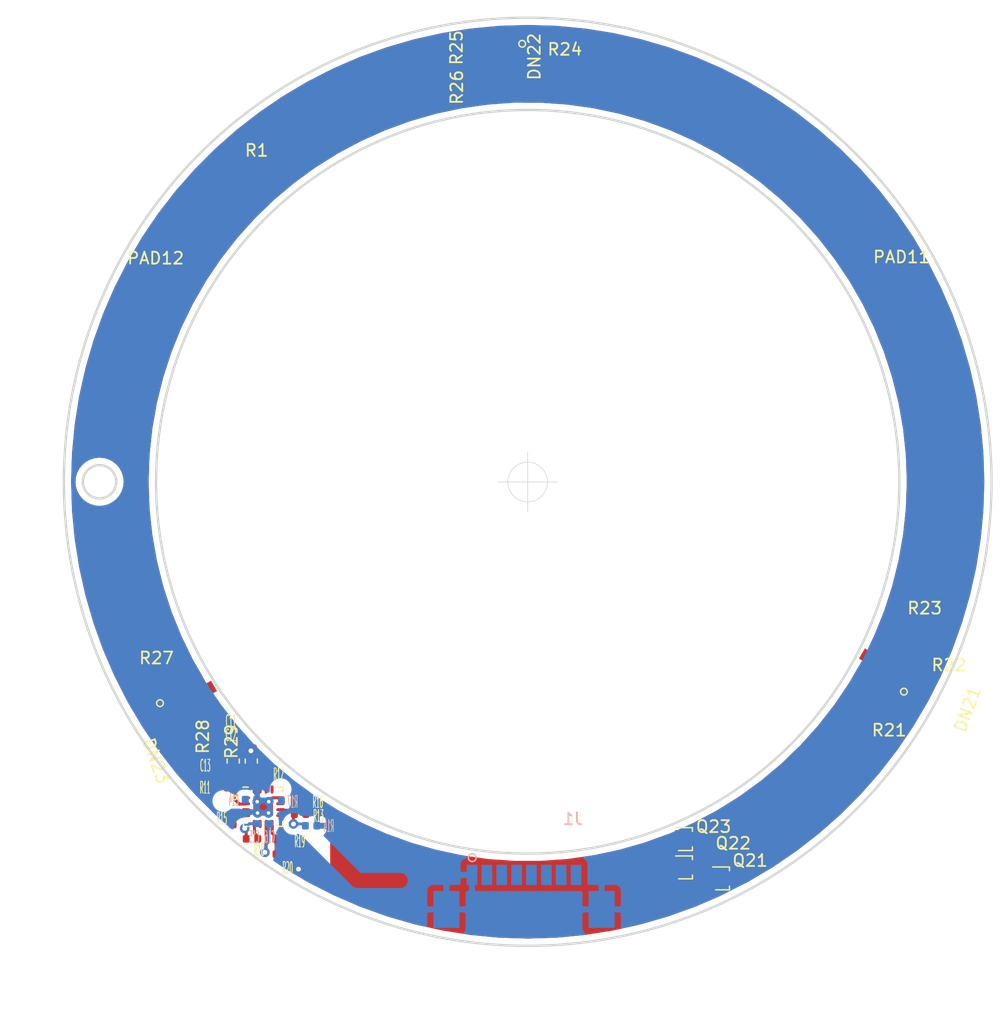
<source format=kicad_pcb>
(kicad_pcb (version 20171130) (host pcbnew "(5.1.2)-2")

  (general
    (thickness 1.6)
    (drawings 13)
    (tracks 54)
    (zones 0)
    (modules 36)
    (nets 29)
  )

  (page A4)
  (layers
    (0 F.Cu signal)
    (31 B.Cu signal hide)
    (32 B.Adhes user hide)
    (33 F.Adhes user hide)
    (34 B.Paste user hide)
    (35 F.Paste user hide)
    (36 B.SilkS user hide)
    (37 F.SilkS user hide)
    (38 B.Mask user hide)
    (39 F.Mask user hide)
    (40 Dwgs.User user hide)
    (41 Cmts.User user hide)
    (42 Eco1.User user hide)
    (43 Eco2.User user hide)
    (44 Edge.Cuts user)
    (45 Margin user hide)
    (46 B.CrtYd user hide)
    (47 F.CrtYd user)
    (48 B.Fab user hide)
    (49 F.Fab user hide)
  )

  (setup
    (last_trace_width 0.25)
    (trace_clearance 0.2)
    (zone_clearance 0.508)
    (zone_45_only no)
    (trace_min 0.2)
    (via_size 0.8)
    (via_drill 0.4)
    (via_min_size 0.4)
    (via_min_drill 0.3)
    (uvia_size 0.3)
    (uvia_drill 0.1)
    (uvias_allowed no)
    (uvia_min_size 0.2)
    (uvia_min_drill 0.1)
    (edge_width 0.05)
    (segment_width 0.2)
    (pcb_text_width 0.3)
    (pcb_text_size 1.5 1.5)
    (mod_edge_width 0.12)
    (mod_text_size 1 1)
    (mod_text_width 0.15)
    (pad_size 1.524 1.524)
    (pad_drill 0.762)
    (pad_to_mask_clearance 0.051)
    (solder_mask_min_width 0.25)
    (aux_axis_origin 167.517648 85.110008)
    (grid_origin 290.74524 121.564376)
    (visible_elements 7FFFFFFF)
    (pcbplotparams
      (layerselection 0x010fc_ffffffff)
      (usegerberextensions false)
      (usegerberattributes false)
      (usegerberadvancedattributes false)
      (creategerberjobfile false)
      (excludeedgelayer true)
      (linewidth 0.100000)
      (plotframeref false)
      (viasonmask false)
      (mode 1)
      (useauxorigin false)
      (hpglpennumber 1)
      (hpglpenspeed 20)
      (hpglpendiameter 15.000000)
      (psnegative false)
      (psa4output false)
      (plotreference true)
      (plotvalue true)
      (plotinvisibletext false)
      (padsonsilk false)
      (subtractmaskfromsilk false)
      (outputformat 1)
      (mirror false)
      (drillshape 0)
      (scaleselection 1)
      (outputdirectory "ATsub_Gerber_V2/"))
  )

  (net 0 "")
  (net 1 VDD_3.3V)
  (net 2 Earth)
  (net 3 "Net-(C16-Pad1)")
  (net 4 "Net-(DN21-Pad1)")
  (net 5 "Net-(DN21-Pad2)")
  (net 6 "Net-(DN21-Pad3)")
  (net 7 "Net-(DN22-Pad3)")
  (net 8 "Net-(DN22-Pad2)")
  (net 9 "Net-(DN22-Pad1)")
  (net 10 "Net-(DN23-Pad3)")
  (net 11 "Net-(DN23-Pad2)")
  (net 12 "Net-(DN23-Pad1)")
  (net 13 /LED/blue)
  (net 14 /LED/green)
  (net 15 /LED/red)
  (net 16 "Net-(R11-Pad2)")
  (net 17 "Net-(R12-Pad2)")
  (net 18 "Net-(R15-Pad1)")
  (net 19 "Net-(R18-Pad1)")
  (net 20 "Net-(R19-Pad2)")
  (net 21 "Net-(C14-Pad1)")
  (net 22 "Net-(C15-Pad1)")
  (net 23 Stby_Key)
  (net 24 Fan_Key)
  (net 25 BLUE_LED_PWM)
  (net 26 GREEN_LED_PWM)
  (net 27 RED_LED_PWM)
  (net 28 Cover_key)

  (net_class Default "This is the default net class."
    (clearance 0.2)
    (trace_width 0.25)
    (via_dia 0.8)
    (via_drill 0.4)
    (uvia_dia 0.3)
    (uvia_drill 0.1)
    (add_net /LED/blue)
    (add_net /LED/green)
    (add_net /LED/red)
    (add_net BLUE_LED_PWM)
    (add_net Cover_key)
    (add_net Earth)
    (add_net Fan_Key)
    (add_net GREEN_LED_PWM)
    (add_net "Net-(C14-Pad1)")
    (add_net "Net-(C15-Pad1)")
    (add_net "Net-(C16-Pad1)")
    (add_net "Net-(DN21-Pad1)")
    (add_net "Net-(DN21-Pad2)")
    (add_net "Net-(DN21-Pad3)")
    (add_net "Net-(DN22-Pad1)")
    (add_net "Net-(DN22-Pad2)")
    (add_net "Net-(DN22-Pad3)")
    (add_net "Net-(DN23-Pad1)")
    (add_net "Net-(DN23-Pad2)")
    (add_net "Net-(DN23-Pad3)")
    (add_net "Net-(R11-Pad2)")
    (add_net "Net-(R12-Pad2)")
    (add_net "Net-(R15-Pad1)")
    (add_net "Net-(R18-Pad1)")
    (add_net "Net-(R19-Pad2)")
    (add_net RED_LED_PWM)
    (add_net Stby_Key)
    (add_net VDD_3.3V)
  )

  (module "00_footprint:DTC144EE(SOT-416)" (layer F.Cu) (tedit 5CD27E7C) (tstamp 5D14B31F)
    (at 180.858 115.122)
    (descr "SOT-416, https://www.nxp.com/docs/en/package-information/SOT416.pdf")
    (tags SOT-416)
    (path /5D176690/5D1826C0)
    (attr smd)
    (fp_text reference Q23 (at 2.292 -1.047) (layer F.SilkS)
      (effects (font (size 1 1) (thickness 0.15)))
    )
    (fp_text value "DTC144EE(EMT3)" (at 0 2.25) (layer F.Fab)
      (effects (font (size 1 1) (thickness 0.15)))
    )
    (fp_text user %R (at 0 0 90) (layer F.Fab)
      (effects (font (size 0.35 0.35) (thickness 0.05)))
    )
    (fp_line (start -0.45 -0.6) (end -0.45 0.9) (layer F.Fab) (width 0.1))
    (fp_line (start -0.15 -0.9) (end 0.45 -0.9) (layer F.Fab) (width 0.1))
    (fp_line (start 0.45 -0.9) (end 0.45 0.9) (layer F.Fab) (width 0.1))
    (fp_line (start -0.45 0.9) (end 0.45 0.9) (layer F.Fab) (width 0.1))
    (fp_line (start 0.51 0.96) (end 0.51 0.65) (layer F.SilkS) (width 0.12))
    (fp_line (start 0.51 -0.96) (end 0.51 -0.65) (layer F.SilkS) (width 0.12))
    (fp_line (start -1.2 -1.15) (end 1.2 -1.15) (layer F.CrtYd) (width 0.05))
    (fp_line (start 1.2 -1.15) (end 1.2 1.15) (layer F.CrtYd) (width 0.05))
    (fp_line (start 1.2 1.15) (end -1.2 1.15) (layer F.CrtYd) (width 0.05))
    (fp_line (start -1.2 1.15) (end -1.2 -1.15) (layer F.CrtYd) (width 0.05))
    (fp_line (start 0.51 -0.96) (end -0.9 -0.96) (layer F.SilkS) (width 0.12))
    (fp_line (start 0.51 0.96) (end -0.65 0.96) (layer F.SilkS) (width 0.12))
    (fp_line (start -0.15 -0.9) (end -0.45 -0.6) (layer F.Fab) (width 0.1))
    (pad 2 smd rect (at -0.65 -0.5) (size 0.6 0.5) (layers F.Cu F.Paste F.Mask)
      (net 27 RED_LED_PWM))
    (pad 1 smd rect (at -0.65 0.5) (size 0.6 0.5) (layers F.Cu F.Paste F.Mask)
      (net 2 Earth))
    (pad 3 smd rect (at 0.65 0) (size 0.6 0.5) (layers F.Cu F.Paste F.Mask)
      (net 15 /LED/red))
    (model ${KISYS3DMOD}/Package_TO_SOT_SMD.3dshapes/SOT-416.wrl
      (at (xyz 0 0 0))
      (scale (xyz 1 1 1))
      (rotate (xyz 0 0 0))
    )
  )

  (module 00_footprint:12505WR-08000 (layer B.Cu) (tedit 5D2D8281) (tstamp 5D2DD708)
    (at 172.63524 122.580376 180)
    (path /5D2D901E)
    (fp_text reference J1 (at 1.31064 9.1567) (layer B.SilkS)
      (effects (font (size 1 1) (thickness 0.15)) (justify mirror))
    )
    (fp_text value 12505WR-08000 (at 2.75336 7.66318) (layer B.Fab)
      (effects (font (size 1 1) (thickness 0.15)) (justify mirror))
    )
    (fp_line (start 0 0) (end 0 3.6) (layer Dwgs.User) (width 0.12))
    (fp_line (start 0 3.6) (end 10.795 3.6) (layer Dwgs.User) (width 0.12))
    (fp_line (start 10.795 3.6) (end 10.795 0) (layer Dwgs.User) (width 0.12))
    (fp_line (start 10.795 0) (end 0 0) (layer Dwgs.User) (width 0.12))
    (fp_circle (center 9.779 5.9055) (end 10.109473 5.9055) (layer B.SilkS) (width 0.12))
    (pad 8 smd rect (at 1.05 4.45 180) (size 0.9 1.7) (layers B.Cu B.Paste B.Mask)
      (net 1 VDD_3.3V))
    (pad 10 smd rect (at -1.1 1.55 180) (size 2.2 3.1) (layers B.Cu B.Paste B.Mask)
      (net 2 Earth))
    (pad 9 smd rect (at 11.95 1.55 180) (size 2.2 3.1) (layers B.Cu B.Paste B.Mask)
      (net 2 Earth))
    (pad 7 smd rect (at 2.3 4.45 180) (size 0.9 1.7) (layers B.Cu B.Paste B.Mask)
      (net 23 Stby_Key))
    (pad 6 smd rect (at 3.55 4.45 180) (size 0.9 1.7) (layers B.Cu B.Paste B.Mask)
      (net 24 Fan_Key))
    (pad 5 smd rect (at 4.8 4.45 180) (size 0.9 1.7) (layers B.Cu B.Paste B.Mask)
      (net 25 BLUE_LED_PWM))
    (pad 4 smd rect (at 6.05 4.45 180) (size 0.9 1.7) (layers B.Cu B.Paste B.Mask)
      (net 26 GREEN_LED_PWM))
    (pad 3 smd rect (at 7.3 4.45 180) (size 0.9 1.7) (layers B.Cu B.Paste B.Mask)
      (net 27 RED_LED_PWM))
    (pad 2 smd rect (at 8.55 4.45 180) (size 0.9 1.7) (layers B.Cu B.Paste B.Mask)
      (net 28 Cover_key))
    (pad 1 smd rect (at 9.8 4.45 180) (size 0.9 1.7) (layers B.Cu B.Paste B.Mask)
      (net 2 Earth))
  )

  (module 00_footprint:Touch_pad (layer F.Cu) (tedit 5D14935B) (tstamp 5D14B2DB)
    (at 199.05124 68.478376)
    (path /5D174985/5D1C6870)
    (fp_text reference PAD11 (at -0.1 -2.275) (layer F.SilkS)
      (effects (font (size 1 1) (thickness 0.15)))
    )
    (fp_text value TOUCH_PAD (at 0.3429 -6.604) (layer F.Fab)
      (effects (font (size 1 1) (thickness 0.15)))
    )
    (pad 1 smd circle (at 0 0) (size 2.5 2.5) (layers F.Cu F.Paste F.Mask)
      (net 21 "Net-(C14-Pad1)"))
  )

  (module 00_footprint:Touch_pad (layer F.Cu) (tedit 5D14934E) (tstamp 5D14B2E0)
    (at 136.31324 68.478376)
    (path /5D174985/5D1C6876)
    (fp_text reference PAD12 (at -0.075 -2.175) (layer F.SilkS)
      (effects (font (size 1 1) (thickness 0.15)))
    )
    (fp_text value TOUCH_PAD (at 0.3429 -6.604) (layer F.Fab)
      (effects (font (size 1 1) (thickness 0.15)))
    )
    (pad 1 smd circle (at 0 0) (size 2.5 2.5) (layers F.Cu F.Paste F.Mask)
      (net 22 "Net-(C15-Pad1)"))
  )

  (module Resistor_SMD:R_0402_1005Metric (layer F.Cu) (tedit 5B301BBD) (tstamp 5D1544F8)
    (at 144.725 56.075 180)
    (descr "Resistor SMD 0402 (1005 Metric), square (rectangular) end terminal, IPC_7351 nominal, (Body size source: http://www.tortai-tech.com/upload/download/2011102023233369053.pdf), generated with kicad-footprint-generator")
    (tags resistor)
    (path /5CFF493C)
    (attr smd)
    (fp_text reference R1 (at 0 -1.17 180) (layer F.SilkS)
      (effects (font (size 1 1) (thickness 0.15)))
    )
    (fp_text value 0R (at 0 1.17 180) (layer F.Fab)
      (effects (font (size 1 1) (thickness 0.15)))
    )
    (fp_text user %R (at 0 0 180) (layer F.Fab)
      (effects (font (size 0.25 0.25) (thickness 0.04)))
    )
    (fp_line (start 0.93 0.47) (end -0.93 0.47) (layer F.CrtYd) (width 0.05))
    (fp_line (start 0.93 -0.47) (end 0.93 0.47) (layer F.CrtYd) (width 0.05))
    (fp_line (start -0.93 -0.47) (end 0.93 -0.47) (layer F.CrtYd) (width 0.05))
    (fp_line (start -0.93 0.47) (end -0.93 -0.47) (layer F.CrtYd) (width 0.05))
    (fp_line (start 0.5 0.25) (end -0.5 0.25) (layer F.Fab) (width 0.1))
    (fp_line (start 0.5 -0.25) (end 0.5 0.25) (layer F.Fab) (width 0.1))
    (fp_line (start -0.5 -0.25) (end 0.5 -0.25) (layer F.Fab) (width 0.1))
    (fp_line (start -0.5 0.25) (end -0.5 -0.25) (layer F.Fab) (width 0.1))
    (pad 2 smd roundrect (at 0.485 0 180) (size 0.59 0.64) (layers F.Cu F.Paste F.Mask) (roundrect_rratio 0.25)
      (net 28 Cover_key))
    (pad 1 smd roundrect (at -0.485 0 180) (size 0.59 0.64) (layers F.Cu F.Paste F.Mask) (roundrect_rratio 0.25)
      (net 2 Earth))
    (model ${KISYS3DMOD}/Resistor_SMD.3dshapes/R_0402_1005Metric.wrl
      (at (xyz 0 0 0))
      (scale (xyz 1 1 1))
      (rotate (xyz 0 0 0))
    )
  )

  (module Capacitor_SMD:C_0603_1608Metric_Pad1.05x0.95mm_HandSolder (layer F.Cu) (tedit 5B301BBE) (tstamp 5D14B203)
    (at 142.758 108.56 90)
    (descr "Capacitor SMD 0603 (1608 Metric), square (rectangular) end terminal, IPC_7351 nominal with elongated pad for handsoldering. (Body size source: http://www.tortai-tech.com/upload/download/2011102023233369053.pdf), generated with kicad-footprint-generator")
    (tags "capacitor handsolder")
    (path /5D174985/5D1A345B)
    (attr smd)
    (fp_text reference C11 (at 3.35 -0.198 180) (layer F.SilkS)
      (effects (font (size 1 0.3) (thickness 0.075)))
    )
    (fp_text value 10uF/1608/10V (at 0 1.43 90) (layer F.Fab)
      (effects (font (size 1 1) (thickness 0.15)))
    )
    (fp_text user %R (at 0 0 90) (layer F.Fab)
      (effects (font (size 0.4 0.4) (thickness 0.06)))
    )
    (fp_line (start 1.65 0.73) (end -1.65 0.73) (layer F.CrtYd) (width 0.05))
    (fp_line (start 1.65 -0.73) (end 1.65 0.73) (layer F.CrtYd) (width 0.05))
    (fp_line (start -1.65 -0.73) (end 1.65 -0.73) (layer F.CrtYd) (width 0.05))
    (fp_line (start -1.65 0.73) (end -1.65 -0.73) (layer F.CrtYd) (width 0.05))
    (fp_line (start -0.171267 0.51) (end 0.171267 0.51) (layer F.SilkS) (width 0.12))
    (fp_line (start -0.171267 -0.51) (end 0.171267 -0.51) (layer F.SilkS) (width 0.12))
    (fp_line (start 0.8 0.4) (end -0.8 0.4) (layer F.Fab) (width 0.1))
    (fp_line (start 0.8 -0.4) (end 0.8 0.4) (layer F.Fab) (width 0.1))
    (fp_line (start -0.8 -0.4) (end 0.8 -0.4) (layer F.Fab) (width 0.1))
    (fp_line (start -0.8 0.4) (end -0.8 -0.4) (layer F.Fab) (width 0.1))
    (pad 2 smd roundrect (at 0.875 0 90) (size 1.05 0.95) (layers F.Cu F.Paste F.Mask) (roundrect_rratio 0.25)
      (net 2 Earth))
    (pad 1 smd roundrect (at -0.875 0 90) (size 1.05 0.95) (layers F.Cu F.Paste F.Mask) (roundrect_rratio 0.25)
      (net 1 VDD_3.3V))
    (model ${KISYS3DMOD}/Capacitor_SMD.3dshapes/C_0603_1608Metric.wrl
      (at (xyz 0 0 0))
      (scale (xyz 1 1 1))
      (rotate (xyz 0 0 0))
    )
  )

  (module Capacitor_SMD:C_0603_1608Metric_Pad1.05x0.95mm_HandSolder (layer F.Cu) (tedit 5B301BBE) (tstamp 5D14B214)
    (at 144.282 108.56 90)
    (descr "Capacitor SMD 0603 (1608 Metric), square (rectangular) end terminal, IPC_7351 nominal with elongated pad for handsoldering. (Body size source: http://www.tortai-tech.com/upload/download/2011102023233369053.pdf), generated with kicad-footprint-generator")
    (tags "capacitor handsolder")
    (path /5D174985/5D1A37A8)
    (attr smd)
    (fp_text reference C12 (at 2.17 -1.722 180) (layer F.SilkS)
      (effects (font (size 1 0.3) (thickness 0.075)))
    )
    (fp_text value 2.2uF/1608/10V (at 0 1.43 90) (layer F.Fab)
      (effects (font (size 1 1) (thickness 0.15)))
    )
    (fp_line (start -0.8 0.4) (end -0.8 -0.4) (layer F.Fab) (width 0.1))
    (fp_line (start -0.8 -0.4) (end 0.8 -0.4) (layer F.Fab) (width 0.1))
    (fp_line (start 0.8 -0.4) (end 0.8 0.4) (layer F.Fab) (width 0.1))
    (fp_line (start 0.8 0.4) (end -0.8 0.4) (layer F.Fab) (width 0.1))
    (fp_line (start -0.171267 -0.51) (end 0.171267 -0.51) (layer F.SilkS) (width 0.12))
    (fp_line (start -0.171267 0.51) (end 0.171267 0.51) (layer F.SilkS) (width 0.12))
    (fp_line (start -1.65 0.73) (end -1.65 -0.73) (layer F.CrtYd) (width 0.05))
    (fp_line (start -1.65 -0.73) (end 1.65 -0.73) (layer F.CrtYd) (width 0.05))
    (fp_line (start 1.65 -0.73) (end 1.65 0.73) (layer F.CrtYd) (width 0.05))
    (fp_line (start 1.65 0.73) (end -1.65 0.73) (layer F.CrtYd) (width 0.05))
    (fp_text user %R (at 0 0 90) (layer F.Fab)
      (effects (font (size 0.4 0.4) (thickness 0.06)))
    )
    (pad 1 smd roundrect (at -0.875 0 90) (size 1.05 0.95) (layers F.Cu F.Paste F.Mask) (roundrect_rratio 0.25)
      (net 1 VDD_3.3V))
    (pad 2 smd roundrect (at 0.875 0 90) (size 1.05 0.95) (layers F.Cu F.Paste F.Mask) (roundrect_rratio 0.25)
      (net 2 Earth))
    (model ${KISYS3DMOD}/Capacitor_SMD.3dshapes/C_0603_1608Metric.wrl
      (at (xyz 0 0 0))
      (scale (xyz 1 1 1))
      (rotate (xyz 0 0 0))
    )
  )

  (module Capacitor_SMD:C_0402_1005Metric (layer F.Cu) (tedit 5B301BBE) (tstamp 5D14B223)
    (at 141.488 109.28 90)
    (descr "Capacitor SMD 0402 (1005 Metric), square (rectangular) end terminal, IPC_7351 nominal, (Body size source: http://www.tortai-tech.com/upload/download/2011102023233369053.pdf), generated with kicad-footprint-generator")
    (tags capacitor)
    (path /5D174985/5D1A3A45)
    (attr smd)
    (fp_text reference C13 (at 0.33 -1.078 180) (layer F.SilkS)
      (effects (font (size 1 0.3) (thickness 0.075)))
    )
    (fp_text value 100nF/1005/50V/C0G (at 0 1.17 90) (layer F.Fab)
      (effects (font (size 1 1) (thickness 0.15)))
    )
    (fp_line (start -0.5 0.25) (end -0.5 -0.25) (layer F.Fab) (width 0.1))
    (fp_line (start -0.5 -0.25) (end 0.5 -0.25) (layer F.Fab) (width 0.1))
    (fp_line (start 0.5 -0.25) (end 0.5 0.25) (layer F.Fab) (width 0.1))
    (fp_line (start 0.5 0.25) (end -0.5 0.25) (layer F.Fab) (width 0.1))
    (fp_line (start -0.93 0.47) (end -0.93 -0.47) (layer F.CrtYd) (width 0.05))
    (fp_line (start -0.93 -0.47) (end 0.93 -0.47) (layer F.CrtYd) (width 0.05))
    (fp_line (start 0.93 -0.47) (end 0.93 0.47) (layer F.CrtYd) (width 0.05))
    (fp_line (start 0.93 0.47) (end -0.93 0.47) (layer F.CrtYd) (width 0.05))
    (fp_text user %R (at 0 0 90) (layer F.Fab)
      (effects (font (size 0.25 0.25) (thickness 0.04)))
    )
    (pad 1 smd roundrect (at -0.485 0 90) (size 0.59 0.64) (layers F.Cu F.Paste F.Mask) (roundrect_rratio 0.25)
      (net 1 VDD_3.3V))
    (pad 2 smd roundrect (at 0.485 0 90) (size 0.59 0.64) (layers F.Cu F.Paste F.Mask) (roundrect_rratio 0.25)
      (net 2 Earth))
    (model ${KISYS3DMOD}/Capacitor_SMD.3dshapes/C_0402_1005Metric.wrl
      (at (xyz 0 0 0))
      (scale (xyz 1 1 1))
      (rotate (xyz 0 0 0))
    )
  )

  (module Capacitor_SMD:C_0402_1005Metric (layer B.Cu) (tedit 5B301BBE) (tstamp 5D14B232)
    (at 144.26 111.8)
    (descr "Capacitor SMD 0402 (1005 Metric), square (rectangular) end terminal, IPC_7351 nominal, (Body size source: http://www.tortai-tech.com/upload/download/2011102023233369053.pdf), generated with kicad-footprint-generator")
    (tags capacitor)
    (path /5D174985/5D1A0DE4)
    (attr smd)
    (fp_text reference C14 (at -1.46 0.05) (layer B.SilkS)
      (effects (font (size 1 0.3) (thickness 0.075)) (justify mirror))
    )
    (fp_text value 1pF (at 0 -1.17) (layer B.Fab)
      (effects (font (size 1 1) (thickness 0.15)) (justify mirror))
    )
    (fp_text user %R (at 0 0) (layer B.Fab)
      (effects (font (size 0.25 0.25) (thickness 0.04)) (justify mirror))
    )
    (fp_line (start 0.93 -0.47) (end -0.93 -0.47) (layer B.CrtYd) (width 0.05))
    (fp_line (start 0.93 0.47) (end 0.93 -0.47) (layer B.CrtYd) (width 0.05))
    (fp_line (start -0.93 0.47) (end 0.93 0.47) (layer B.CrtYd) (width 0.05))
    (fp_line (start -0.93 -0.47) (end -0.93 0.47) (layer B.CrtYd) (width 0.05))
    (fp_line (start 0.5 -0.25) (end -0.5 -0.25) (layer B.Fab) (width 0.1))
    (fp_line (start 0.5 0.25) (end 0.5 -0.25) (layer B.Fab) (width 0.1))
    (fp_line (start -0.5 0.25) (end 0.5 0.25) (layer B.Fab) (width 0.1))
    (fp_line (start -0.5 -0.25) (end -0.5 0.25) (layer B.Fab) (width 0.1))
    (pad 2 smd roundrect (at 0.485 0) (size 0.59 0.64) (layers B.Cu B.Paste B.Mask) (roundrect_rratio 0.25)
      (net 2 Earth))
    (pad 1 smd roundrect (at -0.485 0) (size 0.59 0.64) (layers B.Cu B.Paste B.Mask) (roundrect_rratio 0.25)
      (net 21 "Net-(C14-Pad1)"))
    (model ${KISYS3DMOD}/Capacitor_SMD.3dshapes/C_0402_1005Metric.wrl
      (at (xyz 0 0 0))
      (scale (xyz 1 1 1))
      (rotate (xyz 0 0 0))
    )
  )

  (module Capacitor_SMD:C_0402_1005Metric (layer B.Cu) (tedit 5B301BBE) (tstamp 5D14CA95)
    (at 144.775 113.34 90)
    (descr "Capacitor SMD 0402 (1005 Metric), square (rectangular) end terminal, IPC_7351 nominal, (Body size source: http://www.tortai-tech.com/upload/download/2011102023233369053.pdf), generated with kicad-footprint-generator")
    (tags capacitor)
    (path /5D174985/5D1A09B3)
    (attr smd)
    (fp_text reference C15 (at -1.61 -0.25 180) (layer B.SilkS)
      (effects (font (size 1 0.3) (thickness 0.075)) (justify mirror))
    )
    (fp_text value 1pF (at 0 -1.17 90) (layer B.Fab)
      (effects (font (size 1 1) (thickness 0.15)) (justify mirror))
    )
    (fp_line (start -0.5 -0.25) (end -0.5 0.25) (layer B.Fab) (width 0.1))
    (fp_line (start -0.5 0.25) (end 0.5 0.25) (layer B.Fab) (width 0.1))
    (fp_line (start 0.5 0.25) (end 0.5 -0.25) (layer B.Fab) (width 0.1))
    (fp_line (start 0.5 -0.25) (end -0.5 -0.25) (layer B.Fab) (width 0.1))
    (fp_line (start -0.93 -0.47) (end -0.93 0.47) (layer B.CrtYd) (width 0.05))
    (fp_line (start -0.93 0.47) (end 0.93 0.47) (layer B.CrtYd) (width 0.05))
    (fp_line (start 0.93 0.47) (end 0.93 -0.47) (layer B.CrtYd) (width 0.05))
    (fp_line (start 0.93 -0.47) (end -0.93 -0.47) (layer B.CrtYd) (width 0.05))
    (fp_text user %R (at 0 0 90) (layer B.Fab)
      (effects (font (size 0.25 0.25) (thickness 0.04)) (justify mirror))
    )
    (pad 1 smd roundrect (at -0.485 0 90) (size 0.59 0.64) (layers B.Cu B.Paste B.Mask) (roundrect_rratio 0.25)
      (net 22 "Net-(C15-Pad1)"))
    (pad 2 smd roundrect (at 0.485 0 90) (size 0.59 0.64) (layers B.Cu B.Paste B.Mask) (roundrect_rratio 0.25)
      (net 2 Earth))
    (model ${KISYS3DMOD}/Capacitor_SMD.3dshapes/C_0402_1005Metric.wrl
      (at (xyz 0 0 0))
      (scale (xyz 1 1 1))
      (rotate (xyz 0 0 0))
    )
  )

  (module Capacitor_SMD:C_0402_1005Metric (layer B.Cu) (tedit 5B301BBE) (tstamp 5D14B250)
    (at 145.775 113.34 90)
    (descr "Capacitor SMD 0402 (1005 Metric), square (rectangular) end terminal, IPC_7351 nominal, (Body size source: http://www.tortai-tech.com/upload/download/2011102023233369053.pdf), generated with kicad-footprint-generator")
    (tags capacitor)
    (path /5D174985/5D1A00D4)
    (attr smd)
    (fp_text reference C16 (at -1.61 0.05 180) (layer B.SilkS)
      (effects (font (size 1 0.3) (thickness 0.075)) (justify mirror))
    )
    (fp_text value 1pF (at 0 -1.17 90) (layer B.Fab)
      (effects (font (size 1 1) (thickness 0.15)) (justify mirror))
    )
    (fp_text user %R (at 0 0 90) (layer B.Fab)
      (effects (font (size 0.25 0.25) (thickness 0.04)) (justify mirror))
    )
    (fp_line (start 0.93 -0.47) (end -0.93 -0.47) (layer B.CrtYd) (width 0.05))
    (fp_line (start 0.93 0.47) (end 0.93 -0.47) (layer B.CrtYd) (width 0.05))
    (fp_line (start -0.93 0.47) (end 0.93 0.47) (layer B.CrtYd) (width 0.05))
    (fp_line (start -0.93 -0.47) (end -0.93 0.47) (layer B.CrtYd) (width 0.05))
    (fp_line (start 0.5 -0.25) (end -0.5 -0.25) (layer B.Fab) (width 0.1))
    (fp_line (start 0.5 0.25) (end 0.5 -0.25) (layer B.Fab) (width 0.1))
    (fp_line (start -0.5 0.25) (end 0.5 0.25) (layer B.Fab) (width 0.1))
    (fp_line (start -0.5 -0.25) (end -0.5 0.25) (layer B.Fab) (width 0.1))
    (pad 2 smd roundrect (at 0.485 0 90) (size 0.59 0.64) (layers B.Cu B.Paste B.Mask) (roundrect_rratio 0.25)
      (net 2 Earth))
    (pad 1 smd roundrect (at -0.485 0 90) (size 0.59 0.64) (layers B.Cu B.Paste B.Mask) (roundrect_rratio 0.25)
      (net 3 "Net-(C16-Pad1)"))
    (model ${KISYS3DMOD}/Capacitor_SMD.3dshapes/C_0402_1005Metric.wrl
      (at (xyz 0 0 0))
      (scale (xyz 1 1 1))
      (rotate (xyz 0 0 0))
    )
  )

  (module 00_footprint:SP117RGB (layer F.Cu) (tedit 5D1457BD) (tstamp 5D14B263)
    (at 197.664696 100.990376 330)
    (path /5D176690/5D15B8EC)
    (fp_text reference DN21 (at 7.52899 -0.629966 70) (layer F.SilkS)
      (effects (font (size 1 1) (thickness 0.15)))
    )
    (fp_text value "SP117RGB(sideView)" (at -0.0635 -4.1275 330) (layer F.Fab)
      (effects (font (size 1 1) (thickness 0.15)))
    )
    (fp_circle (center 2.159 0.762) (end 2.286 1.016) (layer F.SilkS) (width 0.12))
    (fp_line (start -2.667 1.27) (end -2.667 -1.524) (layer F.CrtYd) (width 0.12))
    (fp_line (start 2.667 1.27) (end -2.667 1.27) (layer F.CrtYd) (width 0.12))
    (fp_line (start 2.667 -1.524) (end 2.667 1.27) (layer F.CrtYd) (width 0.12))
    (fp_line (start -2.667 -1.524) (end 2.667 -1.524) (layer F.CrtYd) (width 0.12))
    (fp_arc (start 0 0) (end 1 0) (angle 180) (layer F.Fab) (width 0.12))
    (fp_line (start -1.6 0) (end -1.6 -0.5) (layer F.Fab) (width 0.12))
    (fp_line (start 1.6 0) (end -1.6 0) (layer F.Fab) (width 0.12))
    (fp_line (start 1.6 0) (end 1.6 -0.5) (layer F.Fab) (width 0.12))
    (fp_line (start -1.6 -0.5) (end 1.6 -0.5) (layer F.Fab) (width 0.12))
    (fp_line (start -2.5 -1.397) (end 2.5 -1.397) (layer F.Fab) (width 0.12))
    (pad 1 smd rect (at 1.75 -0.25 330) (size 1.5 1) (layers F.Cu F.Paste F.Mask)
      (net 4 "Net-(DN21-Pad1)"))
    (pad 2 smd rect (at 0.4 -0.8 330) (size 0.5 0.9) (layers F.Cu F.Paste F.Mask)
      (net 5 "Net-(DN21-Pad2)"))
    (pad 4 smd rect (at -1.75 -0.25 330) (size 1.5 1) (layers F.Cu F.Paste F.Mask)
      (net 1 VDD_3.3V))
    (pad 3 smd rect (at -0.4 -0.8 330) (size 0.5 0.9) (layers F.Cu F.Paste F.Mask)
      (net 6 "Net-(DN21-Pad3)"))
  )

  (module 00_footprint:SP117RGB (layer F.Cu) (tedit 5D1457BD) (tstamp 5D14B276)
    (at 166.29524 50.439376 90)
    (path /5D176690/5D1666E2)
    (fp_text reference DN22 (at 1.079 1.782 90) (layer F.SilkS)
      (effects (font (size 1 1) (thickness 0.15)))
    )
    (fp_text value "SP117RGB(sideView)" (at -0.0635 -4.1275 90) (layer F.Fab)
      (effects (font (size 1 1) (thickness 0.15)))
    )
    (fp_line (start -2.5 -1.397) (end 2.5 -1.397) (layer F.Fab) (width 0.12))
    (fp_line (start -1.6 -0.5) (end 1.6 -0.5) (layer F.Fab) (width 0.12))
    (fp_line (start 1.6 0) (end 1.6 -0.5) (layer F.Fab) (width 0.12))
    (fp_line (start 1.6 0) (end -1.6 0) (layer F.Fab) (width 0.12))
    (fp_line (start -1.6 0) (end -1.6 -0.5) (layer F.Fab) (width 0.12))
    (fp_arc (start 0 0) (end 1 0) (angle 180) (layer F.Fab) (width 0.12))
    (fp_line (start -2.667 -1.524) (end 2.667 -1.524) (layer F.CrtYd) (width 0.12))
    (fp_line (start 2.667 -1.524) (end 2.667 1.27) (layer F.CrtYd) (width 0.12))
    (fp_line (start 2.667 1.27) (end -2.667 1.27) (layer F.CrtYd) (width 0.12))
    (fp_line (start -2.667 1.27) (end -2.667 -1.524) (layer F.CrtYd) (width 0.12))
    (fp_circle (center 2.159 0.762) (end 2.286 1.016) (layer F.SilkS) (width 0.12))
    (pad 3 smd rect (at -0.4 -0.8 90) (size 0.5 0.9) (layers F.Cu F.Paste F.Mask)
      (net 7 "Net-(DN22-Pad3)"))
    (pad 4 smd rect (at -1.75 -0.25 90) (size 1.5 1) (layers F.Cu F.Paste F.Mask)
      (net 1 VDD_3.3V))
    (pad 2 smd rect (at 0.4 -0.8 90) (size 0.5 0.9) (layers F.Cu F.Paste F.Mask)
      (net 8 "Net-(DN22-Pad2)"))
    (pad 1 smd rect (at 1.75 -0.25 90) (size 1.5 1) (layers F.Cu F.Paste F.Mask)
      (net 9 "Net-(DN22-Pad1)"))
  )

  (module 00_footprint:SP117RGB (layer F.Cu) (tedit 5D1457BD) (tstamp 5D14B289)
    (at 138.85324 103.276376 210)
    (path /5D176690/5D168CA5)
    (fp_text reference DN23 (at 4.894905 -3.262575 290) (layer F.SilkS)
      (effects (font (size 1 1) (thickness 0.15)))
    )
    (fp_text value "SP117RGB(sideView)" (at -0.0635 -4.1275 30) (layer F.Fab)
      (effects (font (size 1 1) (thickness 0.15)))
    )
    (fp_line (start -2.5 -1.397) (end 2.5 -1.397) (layer F.Fab) (width 0.12))
    (fp_line (start -1.6 -0.5) (end 1.6 -0.5) (layer F.Fab) (width 0.12))
    (fp_line (start 1.6 0) (end 1.6 -0.5) (layer F.Fab) (width 0.12))
    (fp_line (start 1.6 0) (end -1.6 0) (layer F.Fab) (width 0.12))
    (fp_line (start -1.6 0) (end -1.6 -0.5) (layer F.Fab) (width 0.12))
    (fp_arc (start 0 0) (end 1 0) (angle 180) (layer F.Fab) (width 0.12))
    (fp_line (start -2.667 -1.524) (end 2.667 -1.524) (layer F.CrtYd) (width 0.12))
    (fp_line (start 2.667 -1.524) (end 2.667 1.27) (layer F.CrtYd) (width 0.12))
    (fp_line (start 2.667 1.27) (end -2.667 1.27) (layer F.CrtYd) (width 0.12))
    (fp_line (start -2.667 1.27) (end -2.667 -1.524) (layer F.CrtYd) (width 0.12))
    (fp_circle (center 2.159 0.762) (end 2.286 1.016) (layer F.SilkS) (width 0.12))
    (pad 3 smd rect (at -0.4 -0.8 210) (size 0.5 0.9) (layers F.Cu F.Paste F.Mask)
      (net 10 "Net-(DN23-Pad3)"))
    (pad 4 smd rect (at -1.75 -0.25 210) (size 1.5 1) (layers F.Cu F.Paste F.Mask)
      (net 1 VDD_3.3V))
    (pad 2 smd rect (at 0.4 -0.8 210) (size 0.5 0.9) (layers F.Cu F.Paste F.Mask)
      (net 11 "Net-(DN23-Pad2)"))
    (pad 1 smd rect (at 1.75 -0.25 210) (size 1.5 1) (layers F.Cu F.Paste F.Mask)
      (net 12 "Net-(DN23-Pad1)"))
  )

  (module "00_footprint:DTC144EE(SOT-416)" (layer F.Cu) (tedit 5CD27E7C) (tstamp 5D152CE1)
    (at 183.975 118.425)
    (descr "SOT-416, https://www.nxp.com/docs/en/package-information/SOT416.pdf")
    (tags SOT-416)
    (path /5D176690/5D1826B4)
    (attr smd)
    (fp_text reference Q21 (at 2.25 -1.5) (layer F.SilkS)
      (effects (font (size 1 1) (thickness 0.15)))
    )
    (fp_text value "DTC144EE(EMT3)" (at 0 2.25) (layer F.Fab)
      (effects (font (size 1 1) (thickness 0.15)))
    )
    (fp_text user %R (at 0 0 90) (layer F.Fab)
      (effects (font (size 0.35 0.35) (thickness 0.05)))
    )
    (fp_line (start -0.45 -0.6) (end -0.45 0.9) (layer F.Fab) (width 0.1))
    (fp_line (start -0.15 -0.9) (end 0.45 -0.9) (layer F.Fab) (width 0.1))
    (fp_line (start 0.45 -0.9) (end 0.45 0.9) (layer F.Fab) (width 0.1))
    (fp_line (start -0.45 0.9) (end 0.45 0.9) (layer F.Fab) (width 0.1))
    (fp_line (start 0.51 0.96) (end 0.51 0.65) (layer F.SilkS) (width 0.12))
    (fp_line (start 0.51 -0.96) (end 0.51 -0.65) (layer F.SilkS) (width 0.12))
    (fp_line (start -1.2 -1.15) (end 1.2 -1.15) (layer F.CrtYd) (width 0.05))
    (fp_line (start 1.2 -1.15) (end 1.2 1.15) (layer F.CrtYd) (width 0.05))
    (fp_line (start 1.2 1.15) (end -1.2 1.15) (layer F.CrtYd) (width 0.05))
    (fp_line (start -1.2 1.15) (end -1.2 -1.15) (layer F.CrtYd) (width 0.05))
    (fp_line (start 0.51 -0.96) (end -0.9 -0.96) (layer F.SilkS) (width 0.12))
    (fp_line (start 0.51 0.96) (end -0.65 0.96) (layer F.SilkS) (width 0.12))
    (fp_line (start -0.15 -0.9) (end -0.45 -0.6) (layer F.Fab) (width 0.1))
    (pad 2 smd rect (at -0.65 -0.5) (size 0.6 0.5) (layers F.Cu F.Paste F.Mask)
      (net 25 BLUE_LED_PWM))
    (pad 1 smd rect (at -0.65 0.5) (size 0.6 0.5) (layers F.Cu F.Paste F.Mask)
      (net 2 Earth))
    (pad 3 smd rect (at 0.65 0) (size 0.6 0.5) (layers F.Cu F.Paste F.Mask)
      (net 13 /LED/blue))
    (model ${KISYS3DMOD}/Package_TO_SOT_SMD.3dshapes/SOT-416.wrl
      (at (xyz 0 0 0))
      (scale (xyz 1 1 1))
      (rotate (xyz 0 0 0))
    )
  )

  (module "00_footprint:DTC144EE(SOT-416)" (layer F.Cu) (tedit 5CD27E7C) (tstamp 5D14B30A)
    (at 180.86 117.5)
    (descr "SOT-416, https://www.nxp.com/docs/en/package-information/SOT416.pdf")
    (tags SOT-416)
    (path /5D176690/5D1826BA)
    (attr smd)
    (fp_text reference Q22 (at 3.94 -2.025) (layer F.SilkS)
      (effects (font (size 1 1) (thickness 0.15)))
    )
    (fp_text value "DTC144EE(EMT3)" (at 0 2.25) (layer F.Fab)
      (effects (font (size 1 1) (thickness 0.15)))
    )
    (fp_line (start -0.15 -0.9) (end -0.45 -0.6) (layer F.Fab) (width 0.1))
    (fp_line (start 0.51 0.96) (end -0.65 0.96) (layer F.SilkS) (width 0.12))
    (fp_line (start 0.51 -0.96) (end -0.9 -0.96) (layer F.SilkS) (width 0.12))
    (fp_line (start -1.2 1.15) (end -1.2 -1.15) (layer F.CrtYd) (width 0.05))
    (fp_line (start 1.2 1.15) (end -1.2 1.15) (layer F.CrtYd) (width 0.05))
    (fp_line (start 1.2 -1.15) (end 1.2 1.15) (layer F.CrtYd) (width 0.05))
    (fp_line (start -1.2 -1.15) (end 1.2 -1.15) (layer F.CrtYd) (width 0.05))
    (fp_line (start 0.51 -0.96) (end 0.51 -0.65) (layer F.SilkS) (width 0.12))
    (fp_line (start 0.51 0.96) (end 0.51 0.65) (layer F.SilkS) (width 0.12))
    (fp_line (start -0.45 0.9) (end 0.45 0.9) (layer F.Fab) (width 0.1))
    (fp_line (start 0.45 -0.9) (end 0.45 0.9) (layer F.Fab) (width 0.1))
    (fp_line (start -0.15 -0.9) (end 0.45 -0.9) (layer F.Fab) (width 0.1))
    (fp_line (start -0.45 -0.6) (end -0.45 0.9) (layer F.Fab) (width 0.1))
    (fp_text user %R (at 0 0 90) (layer F.Fab)
      (effects (font (size 0.35 0.35) (thickness 0.05)))
    )
    (pad 3 smd rect (at 0.65 0) (size 0.6 0.5) (layers F.Cu F.Paste F.Mask)
      (net 14 /LED/green))
    (pad 1 smd rect (at -0.65 0.5) (size 0.6 0.5) (layers F.Cu F.Paste F.Mask)
      (net 2 Earth))
    (pad 2 smd rect (at -0.65 -0.5) (size 0.6 0.5) (layers F.Cu F.Paste F.Mask)
      (net 26 GREEN_LED_PWM))
    (model ${KISYS3DMOD}/Package_TO_SOT_SMD.3dshapes/SOT-416.wrl
      (at (xyz 0 0 0))
      (scale (xyz 1 1 1))
      (rotate (xyz 0 0 0))
    )
  )

  (module Resistor_SMD:R_0402_1005Metric (layer F.Cu) (tedit 5B301BBD) (tstamp 5D14B33D)
    (at 141.785 110.8)
    (descr "Resistor SMD 0402 (1005 Metric), square (rectangular) end terminal, IPC_7351 nominal, (Body size source: http://www.tortai-tech.com/upload/download/2011102023233369053.pdf), generated with kicad-footprint-generator")
    (tags resistor)
    (path /5D174985/5D1A2B42)
    (attr smd)
    (fp_text reference R11 (at -1.395 0) (layer F.SilkS)
      (effects (font (size 1 0.3) (thickness 0.075)))
    )
    (fp_text value 1k (at 0 1.17) (layer F.Fab)
      (effects (font (size 1 1) (thickness 0.15)))
    )
    (fp_text user %R (at 0 0) (layer F.Fab)
      (effects (font (size 0.25 0.25) (thickness 0.04)))
    )
    (fp_line (start 0.93 0.47) (end -0.93 0.47) (layer F.CrtYd) (width 0.05))
    (fp_line (start 0.93 -0.47) (end 0.93 0.47) (layer F.CrtYd) (width 0.05))
    (fp_line (start -0.93 -0.47) (end 0.93 -0.47) (layer F.CrtYd) (width 0.05))
    (fp_line (start -0.93 0.47) (end -0.93 -0.47) (layer F.CrtYd) (width 0.05))
    (fp_line (start 0.5 0.25) (end -0.5 0.25) (layer F.Fab) (width 0.1))
    (fp_line (start 0.5 -0.25) (end 0.5 0.25) (layer F.Fab) (width 0.1))
    (fp_line (start -0.5 -0.25) (end 0.5 -0.25) (layer F.Fab) (width 0.1))
    (fp_line (start -0.5 0.25) (end -0.5 -0.25) (layer F.Fab) (width 0.1))
    (pad 2 smd roundrect (at 0.485 0) (size 0.59 0.64) (layers F.Cu F.Paste F.Mask) (roundrect_rratio 0.25)
      (net 16 "Net-(R11-Pad2)"))
    (pad 1 smd roundrect (at -0.485 0) (size 0.59 0.64) (layers F.Cu F.Paste F.Mask) (roundrect_rratio 0.25)
      (net 1 VDD_3.3V))
    (model ${KISYS3DMOD}/Resistor_SMD.3dshapes/R_0402_1005Metric.wrl
      (at (xyz 0 0 0))
      (scale (xyz 1 1 1))
      (rotate (xyz 0 0 0))
    )
  )

  (module Resistor_SMD:R_0402_1005Metric (layer F.Cu) (tedit 5B301BBD) (tstamp 5D154B2C)
    (at 145.552 109.28 270)
    (descr "Resistor SMD 0402 (1005 Metric), square (rectangular) end terminal, IPC_7351 nominal, (Body size source: http://www.tortai-tech.com/upload/download/2011102023233369053.pdf), generated with kicad-footprint-generator")
    (tags resistor)
    (path /5D174985/5D1A3011)
    (attr smd)
    (fp_text reference R12 (at 0.395 -1.023) (layer F.SilkS)
      (effects (font (size 1 0.3) (thickness 0.075)))
    )
    (fp_text value 1k (at 0 1.17 270) (layer F.Fab)
      (effects (font (size 1 1) (thickness 0.15)))
    )
    (fp_line (start -0.5 0.25) (end -0.5 -0.25) (layer F.Fab) (width 0.1))
    (fp_line (start -0.5 -0.25) (end 0.5 -0.25) (layer F.Fab) (width 0.1))
    (fp_line (start 0.5 -0.25) (end 0.5 0.25) (layer F.Fab) (width 0.1))
    (fp_line (start 0.5 0.25) (end -0.5 0.25) (layer F.Fab) (width 0.1))
    (fp_line (start -0.93 0.47) (end -0.93 -0.47) (layer F.CrtYd) (width 0.05))
    (fp_line (start -0.93 -0.47) (end 0.93 -0.47) (layer F.CrtYd) (width 0.05))
    (fp_line (start 0.93 -0.47) (end 0.93 0.47) (layer F.CrtYd) (width 0.05))
    (fp_line (start 0.93 0.47) (end -0.93 0.47) (layer F.CrtYd) (width 0.05))
    (fp_text user %R (at 0 0 270) (layer F.Fab)
      (effects (font (size 0.25 0.25) (thickness 0.04)))
    )
    (pad 1 smd roundrect (at -0.485 0 270) (size 0.59 0.64) (layers F.Cu F.Paste F.Mask) (roundrect_rratio 0.25)
      (net 1 VDD_3.3V))
    (pad 2 smd roundrect (at 0.485 0 270) (size 0.59 0.64) (layers F.Cu F.Paste F.Mask) (roundrect_rratio 0.25)
      (net 17 "Net-(R12-Pad2)"))
    (model ${KISYS3DMOD}/Resistor_SMD.3dshapes/R_0402_1005Metric.wrl
      (at (xyz 0 0 0))
      (scale (xyz 1 1 1))
      (rotate (xyz 0 0 0))
    )
  )

  (module Resistor_SMD:R_0402_1005Metric (layer F.Cu) (tedit 5B301BBD) (tstamp 5D14B35B)
    (at 148.385 113.025 180)
    (descr "Resistor SMD 0402 (1005 Metric), square (rectangular) end terminal, IPC_7351 nominal, (Body size source: http://www.tortai-tech.com/upload/download/2011102023233369053.pdf), generated with kicad-footprint-generator")
    (tags resistor)
    (path /5D174985/5D19F8C2)
    (attr smd)
    (fp_text reference R13 (at -1.54 -0.15 180) (layer F.SilkS)
      (effects (font (size 1 0.3) (thickness 0.075)))
    )
    (fp_text value 1k (at 0 1.17 180) (layer F.Fab)
      (effects (font (size 1 1) (thickness 0.15)))
    )
    (fp_line (start -0.5 0.25) (end -0.5 -0.25) (layer F.Fab) (width 0.1))
    (fp_line (start -0.5 -0.25) (end 0.5 -0.25) (layer F.Fab) (width 0.1))
    (fp_line (start 0.5 -0.25) (end 0.5 0.25) (layer F.Fab) (width 0.1))
    (fp_line (start 0.5 0.25) (end -0.5 0.25) (layer F.Fab) (width 0.1))
    (fp_line (start -0.93 0.47) (end -0.93 -0.47) (layer F.CrtYd) (width 0.05))
    (fp_line (start -0.93 -0.47) (end 0.93 -0.47) (layer F.CrtYd) (width 0.05))
    (fp_line (start 0.93 -0.47) (end 0.93 0.47) (layer F.CrtYd) (width 0.05))
    (fp_line (start 0.93 0.47) (end -0.93 0.47) (layer F.CrtYd) (width 0.05))
    (fp_text user %R (at 0 0 180) (layer F.Fab)
      (effects (font (size 0.25 0.25) (thickness 0.04)))
    )
    (pad 1 smd roundrect (at -0.485 0 180) (size 0.59 0.64) (layers F.Cu F.Paste F.Mask) (roundrect_rratio 0.25)
      (net 1 VDD_3.3V))
    (pad 2 smd roundrect (at 0.485 0 180) (size 0.59 0.64) (layers F.Cu F.Paste F.Mask) (roundrect_rratio 0.25)
      (net 23 Stby_Key))
    (model ${KISYS3DMOD}/Resistor_SMD.3dshapes/R_0402_1005Metric.wrl
      (at (xyz 0 0 0))
      (scale (xyz 1 1 1))
      (rotate (xyz 0 0 0))
    )
  )

  (module Resistor_SMD:R_0402_1005Metric (layer B.Cu) (tedit 5B301BBD) (tstamp 5D14B36A)
    (at 149.31 114)
    (descr "Resistor SMD 0402 (1005 Metric), square (rectangular) end terminal, IPC_7351 nominal, (Body size source: http://www.tortai-tech.com/upload/download/2011102023233369053.pdf), generated with kicad-footprint-generator")
    (tags resistor)
    (path /5D174985/5D1A17ED)
    (attr smd)
    (fp_text reference R14 (at 1.49 0.025) (layer B.SilkS)
      (effects (font (size 1 0.3) (thickness 0.075)) (justify mirror))
    )
    (fp_text value NC (at 0 -1.17) (layer B.Fab)
      (effects (font (size 1 1) (thickness 0.15)) (justify mirror))
    )
    (fp_line (start -0.5 -0.25) (end -0.5 0.25) (layer B.Fab) (width 0.1))
    (fp_line (start -0.5 0.25) (end 0.5 0.25) (layer B.Fab) (width 0.1))
    (fp_line (start 0.5 0.25) (end 0.5 -0.25) (layer B.Fab) (width 0.1))
    (fp_line (start 0.5 -0.25) (end -0.5 -0.25) (layer B.Fab) (width 0.1))
    (fp_line (start -0.93 -0.47) (end -0.93 0.47) (layer B.CrtYd) (width 0.05))
    (fp_line (start -0.93 0.47) (end 0.93 0.47) (layer B.CrtYd) (width 0.05))
    (fp_line (start 0.93 0.47) (end 0.93 -0.47) (layer B.CrtYd) (width 0.05))
    (fp_line (start 0.93 -0.47) (end -0.93 -0.47) (layer B.CrtYd) (width 0.05))
    (fp_text user %R (at 0 0) (layer B.Fab)
      (effects (font (size 0.25 0.25) (thickness 0.04)) (justify mirror))
    )
    (pad 1 smd roundrect (at -0.485 0) (size 0.59 0.64) (layers B.Cu B.Paste B.Mask) (roundrect_rratio 0.25)
      (net 23 Stby_Key))
    (pad 2 smd roundrect (at 0.485 0) (size 0.59 0.64) (layers B.Cu B.Paste B.Mask) (roundrect_rratio 0.25)
      (net 2 Earth))
    (model ${KISYS3DMOD}/Resistor_SMD.3dshapes/R_0402_1005Metric.wrl
      (at (xyz 0 0 0))
      (scale (xyz 1 1 1))
      (rotate (xyz 0 0 0))
    )
  )

  (module Resistor_SMD:R_0402_1005Metric (layer F.Cu) (tedit 5B301BBD) (tstamp 5D14B379)
    (at 142.725 113.435 270)
    (descr "Resistor SMD 0402 (1005 Metric), square (rectangular) end terminal, IPC_7351 nominal, (Body size source: http://www.tortai-tech.com/upload/download/2011102023233369053.pdf), generated with kicad-footprint-generator")
    (tags resistor)
    (path /5D174985/5D1A48F0)
    (attr smd)
    (fp_text reference R15 (at -0.035 0.925) (layer F.SilkS)
      (effects (font (size 1 0.3) (thickness 0.075)))
    )
    (fp_text value 200R (at 0 1.17 270) (layer F.Fab)
      (effects (font (size 1 1) (thickness 0.15)))
    )
    (fp_text user %R (at 0 0 270) (layer F.Fab)
      (effects (font (size 0.25 0.25) (thickness 0.04)))
    )
    (fp_line (start 0.93 0.47) (end -0.93 0.47) (layer F.CrtYd) (width 0.05))
    (fp_line (start 0.93 -0.47) (end 0.93 0.47) (layer F.CrtYd) (width 0.05))
    (fp_line (start -0.93 -0.47) (end 0.93 -0.47) (layer F.CrtYd) (width 0.05))
    (fp_line (start -0.93 0.47) (end -0.93 -0.47) (layer F.CrtYd) (width 0.05))
    (fp_line (start 0.5 0.25) (end -0.5 0.25) (layer F.Fab) (width 0.1))
    (fp_line (start 0.5 -0.25) (end 0.5 0.25) (layer F.Fab) (width 0.1))
    (fp_line (start -0.5 -0.25) (end 0.5 -0.25) (layer F.Fab) (width 0.1))
    (fp_line (start -0.5 0.25) (end -0.5 -0.25) (layer F.Fab) (width 0.1))
    (pad 2 smd roundrect (at 0.485 0 270) (size 0.59 0.64) (layers F.Cu F.Paste F.Mask) (roundrect_rratio 0.25)
      (net 21 "Net-(C14-Pad1)"))
    (pad 1 smd roundrect (at -0.485 0 270) (size 0.59 0.64) (layers F.Cu F.Paste F.Mask) (roundrect_rratio 0.25)
      (net 18 "Net-(R15-Pad1)"))
    (model ${KISYS3DMOD}/Resistor_SMD.3dshapes/R_0402_1005Metric.wrl
      (at (xyz 0 0 0))
      (scale (xyz 1 1 1))
      (rotate (xyz 0 0 0))
    )
  )

  (module Resistor_SMD:R_0402_1005Metric (layer F.Cu) (tedit 5B301BBD) (tstamp 5D14B388)
    (at 148.385 111.95 180)
    (descr "Resistor SMD 0402 (1005 Metric), square (rectangular) end terminal, IPC_7351 nominal, (Body size source: http://www.tortai-tech.com/upload/download/2011102023233369053.pdf), generated with kicad-footprint-generator")
    (tags resistor)
    (path /5D174985/5D1A12D3)
    (attr smd)
    (fp_text reference R16 (at -1.49 -0.05 180) (layer F.SilkS)
      (effects (font (size 1 0.3) (thickness 0.075)))
    )
    (fp_text value 1k (at 0 1.17 180) (layer F.Fab)
      (effects (font (size 1 1) (thickness 0.15)))
    )
    (fp_text user %R (at 0 0 180) (layer F.Fab)
      (effects (font (size 0.25 0.25) (thickness 0.04)))
    )
    (fp_line (start 0.93 0.47) (end -0.93 0.47) (layer F.CrtYd) (width 0.05))
    (fp_line (start 0.93 -0.47) (end 0.93 0.47) (layer F.CrtYd) (width 0.05))
    (fp_line (start -0.93 -0.47) (end 0.93 -0.47) (layer F.CrtYd) (width 0.05))
    (fp_line (start -0.93 0.47) (end -0.93 -0.47) (layer F.CrtYd) (width 0.05))
    (fp_line (start 0.5 0.25) (end -0.5 0.25) (layer F.Fab) (width 0.1))
    (fp_line (start 0.5 -0.25) (end 0.5 0.25) (layer F.Fab) (width 0.1))
    (fp_line (start -0.5 -0.25) (end 0.5 -0.25) (layer F.Fab) (width 0.1))
    (fp_line (start -0.5 0.25) (end -0.5 -0.25) (layer F.Fab) (width 0.1))
    (pad 2 smd roundrect (at 0.485 0 180) (size 0.59 0.64) (layers F.Cu F.Paste F.Mask) (roundrect_rratio 0.25)
      (net 24 Fan_Key))
    (pad 1 smd roundrect (at -0.485 0 180) (size 0.59 0.64) (layers F.Cu F.Paste F.Mask) (roundrect_rratio 0.25)
      (net 1 VDD_3.3V))
    (model ${KISYS3DMOD}/Resistor_SMD.3dshapes/R_0402_1005Metric.wrl
      (at (xyz 0 0 0))
      (scale (xyz 1 1 1))
      (rotate (xyz 0 0 0))
    )
  )

  (module Resistor_SMD:R_0402_1005Metric (layer B.Cu) (tedit 5B301BBD) (tstamp 5D14B397)
    (at 146.325 111.9 180)
    (descr "Resistor SMD 0402 (1005 Metric), square (rectangular) end terminal, IPC_7351 nominal, (Body size source: http://www.tortai-tech.com/upload/download/2011102023233369053.pdf), generated with kicad-footprint-generator")
    (tags resistor)
    (path /5D174985/5D1A1AC4)
    (attr smd)
    (fp_text reference R17 (at -1.435 -0.09 180) (layer B.SilkS)
      (effects (font (size 1 0.3) (thickness 0.075)) (justify mirror))
    )
    (fp_text value NC (at 0 -1.17 180) (layer B.Fab)
      (effects (font (size 1 1) (thickness 0.15)) (justify mirror))
    )
    (fp_text user %R (at 0 0 180) (layer B.Fab)
      (effects (font (size 0.25 0.25) (thickness 0.04)) (justify mirror))
    )
    (fp_line (start 0.93 -0.47) (end -0.93 -0.47) (layer B.CrtYd) (width 0.05))
    (fp_line (start 0.93 0.47) (end 0.93 -0.47) (layer B.CrtYd) (width 0.05))
    (fp_line (start -0.93 0.47) (end 0.93 0.47) (layer B.CrtYd) (width 0.05))
    (fp_line (start -0.93 -0.47) (end -0.93 0.47) (layer B.CrtYd) (width 0.05))
    (fp_line (start 0.5 -0.25) (end -0.5 -0.25) (layer B.Fab) (width 0.1))
    (fp_line (start 0.5 0.25) (end 0.5 -0.25) (layer B.Fab) (width 0.1))
    (fp_line (start -0.5 0.25) (end 0.5 0.25) (layer B.Fab) (width 0.1))
    (fp_line (start -0.5 -0.25) (end -0.5 0.25) (layer B.Fab) (width 0.1))
    (pad 2 smd roundrect (at 0.485 0 180) (size 0.59 0.64) (layers B.Cu B.Paste B.Mask) (roundrect_rratio 0.25)
      (net 2 Earth))
    (pad 1 smd roundrect (at -0.485 0 180) (size 0.59 0.64) (layers B.Cu B.Paste B.Mask) (roundrect_rratio 0.25)
      (net 24 Fan_Key))
    (model ${KISYS3DMOD}/Resistor_SMD.3dshapes/R_0402_1005Metric.wrl
      (at (xyz 0 0 0))
      (scale (xyz 1 1 1))
      (rotate (xyz 0 0 0))
    )
  )

  (module Resistor_SMD:R_0402_1005Metric (layer F.Cu) (tedit 5B301BBD) (tstamp 5D15155D)
    (at 144.34 115.1 180)
    (descr "Resistor SMD 0402 (1005 Metric), square (rectangular) end terminal, IPC_7351 nominal, (Body size source: http://www.tortai-tech.com/upload/download/2011102023233369053.pdf), generated with kicad-footprint-generator")
    (tags resistor)
    (path /5D174985/5D1A50FA)
    (attr smd)
    (fp_text reference R18 (at -0.61 -0.925 180) (layer F.SilkS)
      (effects (font (size 1 0.3) (thickness 0.075)))
    )
    (fp_text value 200R (at 0 1.17 180) (layer F.Fab)
      (effects (font (size 1 1) (thickness 0.15)))
    )
    (fp_line (start -0.5 0.25) (end -0.5 -0.25) (layer F.Fab) (width 0.1))
    (fp_line (start -0.5 -0.25) (end 0.5 -0.25) (layer F.Fab) (width 0.1))
    (fp_line (start 0.5 -0.25) (end 0.5 0.25) (layer F.Fab) (width 0.1))
    (fp_line (start 0.5 0.25) (end -0.5 0.25) (layer F.Fab) (width 0.1))
    (fp_line (start -0.93 0.47) (end -0.93 -0.47) (layer F.CrtYd) (width 0.05))
    (fp_line (start -0.93 -0.47) (end 0.93 -0.47) (layer F.CrtYd) (width 0.05))
    (fp_line (start 0.93 -0.47) (end 0.93 0.47) (layer F.CrtYd) (width 0.05))
    (fp_line (start 0.93 0.47) (end -0.93 0.47) (layer F.CrtYd) (width 0.05))
    (fp_text user %R (at 0 0 180) (layer F.Fab)
      (effects (font (size 0.25 0.25) (thickness 0.04)))
    )
    (pad 1 smd roundrect (at -0.485 0 180) (size 0.59 0.64) (layers F.Cu F.Paste F.Mask) (roundrect_rratio 0.25)
      (net 19 "Net-(R18-Pad1)"))
    (pad 2 smd roundrect (at 0.485 0 180) (size 0.59 0.64) (layers F.Cu F.Paste F.Mask) (roundrect_rratio 0.25)
      (net 22 "Net-(C15-Pad1)"))
    (model ${KISYS3DMOD}/Resistor_SMD.3dshapes/R_0402_1005Metric.wrl
      (at (xyz 0 0 0))
      (scale (xyz 1 1 1))
      (rotate (xyz 0 0 0))
    )
  )

  (module Resistor_SMD:R_0402_1005Metric (layer F.Cu) (tedit 5B301BBD) (tstamp 5D14B3B5)
    (at 146.845 115.122 180)
    (descr "Resistor SMD 0402 (1005 Metric), square (rectangular) end terminal, IPC_7351 nominal, (Body size source: http://www.tortai-tech.com/upload/download/2011102023233369053.pdf), generated with kicad-footprint-generator")
    (tags resistor)
    (path /5D174985/5D1A1CB0)
    (attr smd)
    (fp_text reference R19 (at -1.505 -0.198 180) (layer F.SilkS)
      (effects (font (size 1 0.3) (thickness 0.075)))
    )
    (fp_text value NC (at 0 1.17 180) (layer F.Fab)
      (effects (font (size 1 1) (thickness 0.15)))
    )
    (fp_line (start -0.5 0.25) (end -0.5 -0.25) (layer F.Fab) (width 0.1))
    (fp_line (start -0.5 -0.25) (end 0.5 -0.25) (layer F.Fab) (width 0.1))
    (fp_line (start 0.5 -0.25) (end 0.5 0.25) (layer F.Fab) (width 0.1))
    (fp_line (start 0.5 0.25) (end -0.5 0.25) (layer F.Fab) (width 0.1))
    (fp_line (start -0.93 0.47) (end -0.93 -0.47) (layer F.CrtYd) (width 0.05))
    (fp_line (start -0.93 -0.47) (end 0.93 -0.47) (layer F.CrtYd) (width 0.05))
    (fp_line (start 0.93 -0.47) (end 0.93 0.47) (layer F.CrtYd) (width 0.05))
    (fp_line (start 0.93 0.47) (end -0.93 0.47) (layer F.CrtYd) (width 0.05))
    (fp_text user %R (at 0 0 180) (layer F.Fab)
      (effects (font (size 0.25 0.25) (thickness 0.04)))
    )
    (pad 1 smd roundrect (at -0.485 0 180) (size 0.59 0.64) (layers F.Cu F.Paste F.Mask) (roundrect_rratio 0.25)
      (net 1 VDD_3.3V))
    (pad 2 smd roundrect (at 0.485 0 180) (size 0.59 0.64) (layers F.Cu F.Paste F.Mask) (roundrect_rratio 0.25)
      (net 20 "Net-(R19-Pad2)"))
    (model ${KISYS3DMOD}/Resistor_SMD.3dshapes/R_0402_1005Metric.wrl
      (at (xyz 0 0 0))
      (scale (xyz 1 1 1))
      (rotate (xyz 0 0 0))
    )
  )

  (module Resistor_SMD:R_0402_1005Metric (layer F.Cu) (tedit 5B301BBD) (tstamp 5D14B3C4)
    (at 146.845 116.392)
    (descr "Resistor SMD 0402 (1005 Metric), square (rectangular) end terminal, IPC_7351 nominal, (Body size source: http://www.tortai-tech.com/upload/download/2011102023233369053.pdf), generated with kicad-footprint-generator")
    (tags resistor)
    (path /5D174985/5D1A2573)
    (attr smd)
    (fp_text reference R20 (at 0.495 1.158) (layer F.SilkS)
      (effects (font (size 1 0.3) (thickness 0.075)))
    )
    (fp_text value 0R (at 0 1.17) (layer F.Fab)
      (effects (font (size 1 1) (thickness 0.15)))
    )
    (fp_text user %R (at 0 0) (layer F.Fab)
      (effects (font (size 0.25 0.25) (thickness 0.04)))
    )
    (fp_line (start 0.93 0.47) (end -0.93 0.47) (layer F.CrtYd) (width 0.05))
    (fp_line (start 0.93 -0.47) (end 0.93 0.47) (layer F.CrtYd) (width 0.05))
    (fp_line (start -0.93 -0.47) (end 0.93 -0.47) (layer F.CrtYd) (width 0.05))
    (fp_line (start -0.93 0.47) (end -0.93 -0.47) (layer F.CrtYd) (width 0.05))
    (fp_line (start 0.5 0.25) (end -0.5 0.25) (layer F.Fab) (width 0.1))
    (fp_line (start 0.5 -0.25) (end 0.5 0.25) (layer F.Fab) (width 0.1))
    (fp_line (start -0.5 -0.25) (end 0.5 -0.25) (layer F.Fab) (width 0.1))
    (fp_line (start -0.5 0.25) (end -0.5 -0.25) (layer F.Fab) (width 0.1))
    (pad 2 smd roundrect (at 0.485 0) (size 0.59 0.64) (layers F.Cu F.Paste F.Mask) (roundrect_rratio 0.25)
      (net 2 Earth))
    (pad 1 smd roundrect (at -0.485 0) (size 0.59 0.64) (layers F.Cu F.Paste F.Mask) (roundrect_rratio 0.25)
      (net 20 "Net-(R19-Pad2)"))
    (model ${KISYS3DMOD}/Resistor_SMD.3dshapes/R_0402_1005Metric.wrl
      (at (xyz 0 0 0))
      (scale (xyz 1 1 1))
      (rotate (xyz 0 0 0))
    )
  )

  (module Resistor_SMD:R_0402_1005Metric (layer F.Cu) (tedit 5B301BBD) (tstamp 5D14B3D3)
    (at 198.79724 104.061376 90)
    (descr "Resistor SMD 0402 (1005 Metric), square (rectangular) end terminal, IPC_7351 nominal, (Body size source: http://www.tortai-tech.com/upload/download/2011102023233369053.pdf), generated with kicad-footprint-generator")
    (tags resistor)
    (path /5D176690/5D15D500)
    (attr smd)
    (fp_text reference R21 (at -1.912 -0.883 180) (layer F.SilkS)
      (effects (font (size 1 1) (thickness 0.15)))
    )
    (fp_text value 200R (at 0 1.17 90) (layer F.Fab)
      (effects (font (size 1 1) (thickness 0.15)))
    )
    (fp_text user %R (at 0 0 90) (layer F.Fab)
      (effects (font (size 0.25 0.25) (thickness 0.04)))
    )
    (fp_line (start 0.93 0.47) (end -0.93 0.47) (layer F.CrtYd) (width 0.05))
    (fp_line (start 0.93 -0.47) (end 0.93 0.47) (layer F.CrtYd) (width 0.05))
    (fp_line (start -0.93 -0.47) (end 0.93 -0.47) (layer F.CrtYd) (width 0.05))
    (fp_line (start -0.93 0.47) (end -0.93 -0.47) (layer F.CrtYd) (width 0.05))
    (fp_line (start 0.5 0.25) (end -0.5 0.25) (layer F.Fab) (width 0.1))
    (fp_line (start 0.5 -0.25) (end 0.5 0.25) (layer F.Fab) (width 0.1))
    (fp_line (start -0.5 -0.25) (end 0.5 -0.25) (layer F.Fab) (width 0.1))
    (fp_line (start -0.5 0.25) (end -0.5 -0.25) (layer F.Fab) (width 0.1))
    (pad 2 smd roundrect (at 0.485 0 90) (size 0.59 0.64) (layers F.Cu F.Paste F.Mask) (roundrect_rratio 0.25)
      (net 4 "Net-(DN21-Pad1)"))
    (pad 1 smd roundrect (at -0.485 0 90) (size 0.59 0.64) (layers F.Cu F.Paste F.Mask) (roundrect_rratio 0.25)
      (net 15 /LED/red))
    (model ${KISYS3DMOD}/Resistor_SMD.3dshapes/R_0402_1005Metric.wrl
      (at (xyz 0 0 0))
      (scale (xyz 1 1 1))
      (rotate (xyz 0 0 0))
    )
  )

  (module Resistor_SMD:R_0402_1005Metric (layer F.Cu) (tedit 5B301BBD) (tstamp 5D14B3E2)
    (at 201.08324 99.720376 90)
    (descr "Resistor SMD 0402 (1005 Metric), square (rectangular) end terminal, IPC_7351 nominal, (Body size source: http://www.tortai-tech.com/upload/download/2011102023233369053.pdf), generated with kicad-footprint-generator")
    (tags resistor)
    (path /5D176690/5D15E3F7)
    (attr smd)
    (fp_text reference R22 (at -0.775 1.85 180) (layer F.SilkS)
      (effects (font (size 1 1) (thickness 0.15)))
    )
    (fp_text value 200R (at 0 1.17 90) (layer F.Fab)
      (effects (font (size 1 1) (thickness 0.15)))
    )
    (fp_line (start -0.5 0.25) (end -0.5 -0.25) (layer F.Fab) (width 0.1))
    (fp_line (start -0.5 -0.25) (end 0.5 -0.25) (layer F.Fab) (width 0.1))
    (fp_line (start 0.5 -0.25) (end 0.5 0.25) (layer F.Fab) (width 0.1))
    (fp_line (start 0.5 0.25) (end -0.5 0.25) (layer F.Fab) (width 0.1))
    (fp_line (start -0.93 0.47) (end -0.93 -0.47) (layer F.CrtYd) (width 0.05))
    (fp_line (start -0.93 -0.47) (end 0.93 -0.47) (layer F.CrtYd) (width 0.05))
    (fp_line (start 0.93 -0.47) (end 0.93 0.47) (layer F.CrtYd) (width 0.05))
    (fp_line (start 0.93 0.47) (end -0.93 0.47) (layer F.CrtYd) (width 0.05))
    (fp_text user %R (at 0 0 90) (layer F.Fab)
      (effects (font (size 0.25 0.25) (thickness 0.04)))
    )
    (pad 1 smd roundrect (at -0.485 0 90) (size 0.59 0.64) (layers F.Cu F.Paste F.Mask) (roundrect_rratio 0.25)
      (net 14 /LED/green))
    (pad 2 smd roundrect (at 0.485 0 90) (size 0.59 0.64) (layers F.Cu F.Paste F.Mask) (roundrect_rratio 0.25)
      (net 5 "Net-(DN21-Pad2)"))
    (model ${KISYS3DMOD}/Resistor_SMD.3dshapes/R_0402_1005Metric.wrl
      (at (xyz 0 0 0))
      (scale (xyz 1 1 1))
      (rotate (xyz 0 0 0))
    )
  )

  (module Resistor_SMD:R_0402_1005Metric (layer F.Cu) (tedit 5B301BBD) (tstamp 5D14B3F1)
    (at 200.59824 97.942376 180)
    (descr "Resistor SMD 0402 (1005 Metric), square (rectangular) end terminal, IPC_7351 nominal, (Body size source: http://www.tortai-tech.com/upload/download/2011102023233369053.pdf), generated with kicad-footprint-generator")
    (tags resistor)
    (path /5D176690/5D15E609)
    (attr smd)
    (fp_text reference R23 (at -0.3 2.225 180) (layer F.SilkS)
      (effects (font (size 1 1) (thickness 0.15)))
    )
    (fp_text value 200R (at 0 1.17 180) (layer F.Fab)
      (effects (font (size 1 1) (thickness 0.15)))
    )
    (fp_text user %R (at 0 0 180) (layer F.Fab)
      (effects (font (size 0.25 0.25) (thickness 0.04)))
    )
    (fp_line (start 0.93 0.47) (end -0.93 0.47) (layer F.CrtYd) (width 0.05))
    (fp_line (start 0.93 -0.47) (end 0.93 0.47) (layer F.CrtYd) (width 0.05))
    (fp_line (start -0.93 -0.47) (end 0.93 -0.47) (layer F.CrtYd) (width 0.05))
    (fp_line (start -0.93 0.47) (end -0.93 -0.47) (layer F.CrtYd) (width 0.05))
    (fp_line (start 0.5 0.25) (end -0.5 0.25) (layer F.Fab) (width 0.1))
    (fp_line (start 0.5 -0.25) (end 0.5 0.25) (layer F.Fab) (width 0.1))
    (fp_line (start -0.5 -0.25) (end 0.5 -0.25) (layer F.Fab) (width 0.1))
    (fp_line (start -0.5 0.25) (end -0.5 -0.25) (layer F.Fab) (width 0.1))
    (pad 2 smd roundrect (at 0.485 0 180) (size 0.59 0.64) (layers F.Cu F.Paste F.Mask) (roundrect_rratio 0.25)
      (net 6 "Net-(DN21-Pad3)"))
    (pad 1 smd roundrect (at -0.485 0 180) (size 0.59 0.64) (layers F.Cu F.Paste F.Mask) (roundrect_rratio 0.25)
      (net 13 /LED/blue))
    (model ${KISYS3DMOD}/Resistor_SMD.3dshapes/R_0402_1005Metric.wrl
      (at (xyz 0 0 0))
      (scale (xyz 1 1 1))
      (rotate (xyz 0 0 0))
    )
  )

  (module Resistor_SMD:R_0402_1005Metric (layer F.Cu) (tedit 5B301BBD) (tstamp 5D14B400)
    (at 168.18024 48.689376 180)
    (descr "Resistor SMD 0402 (1005 Metric), square (rectangular) end terminal, IPC_7351 nominal, (Body size source: http://www.tortai-tech.com/upload/download/2011102023233369053.pdf), generated with kicad-footprint-generator")
    (tags resistor)
    (path /5D176690/5D1666E8)
    (attr smd)
    (fp_text reference R24 (at -2.463 -0.061 180) (layer F.SilkS)
      (effects (font (size 1 1) (thickness 0.15)))
    )
    (fp_text value 200R (at 0 1.17 180) (layer F.Fab)
      (effects (font (size 1 1) (thickness 0.15)))
    )
    (fp_line (start -0.5 0.25) (end -0.5 -0.25) (layer F.Fab) (width 0.1))
    (fp_line (start -0.5 -0.25) (end 0.5 -0.25) (layer F.Fab) (width 0.1))
    (fp_line (start 0.5 -0.25) (end 0.5 0.25) (layer F.Fab) (width 0.1))
    (fp_line (start 0.5 0.25) (end -0.5 0.25) (layer F.Fab) (width 0.1))
    (fp_line (start -0.93 0.47) (end -0.93 -0.47) (layer F.CrtYd) (width 0.05))
    (fp_line (start -0.93 -0.47) (end 0.93 -0.47) (layer F.CrtYd) (width 0.05))
    (fp_line (start 0.93 -0.47) (end 0.93 0.47) (layer F.CrtYd) (width 0.05))
    (fp_line (start 0.93 0.47) (end -0.93 0.47) (layer F.CrtYd) (width 0.05))
    (fp_text user %R (at 0 0 180) (layer F.Fab)
      (effects (font (size 0.25 0.25) (thickness 0.04)))
    )
    (pad 1 smd roundrect (at -0.485 0 180) (size 0.59 0.64) (layers F.Cu F.Paste F.Mask) (roundrect_rratio 0.25)
      (net 15 /LED/red))
    (pad 2 smd roundrect (at 0.485 0 180) (size 0.59 0.64) (layers F.Cu F.Paste F.Mask) (roundrect_rratio 0.25)
      (net 9 "Net-(DN22-Pad1)"))
    (model ${KISYS3DMOD}/Resistor_SMD.3dshapes/R_0402_1005Metric.wrl
      (at (xyz 0 0 0))
      (scale (xyz 1 1 1))
      (rotate (xyz 0 0 0))
    )
  )

  (module Resistor_SMD:R_0402_1005Metric (layer F.Cu) (tedit 5B301BBD) (tstamp 5D2E05F0)
    (at 163.23724 49.682376)
    (descr "Resistor SMD 0402 (1005 Metric), square (rectangular) end terminal, IPC_7351 nominal, (Body size source: http://www.tortai-tech.com/upload/download/2011102023233369053.pdf), generated with kicad-footprint-generator")
    (tags resistor)
    (path /5D176690/5D1666EE)
    (attr smd)
    (fp_text reference R25 (at -1.705 -1.067 -270) (layer F.SilkS)
      (effects (font (size 1 1) (thickness 0.15)))
    )
    (fp_text value 200R (at 0 1.17 180) (layer F.Fab)
      (effects (font (size 1 1) (thickness 0.15)))
    )
    (fp_text user %R (at 0 0 180) (layer F.Fab)
      (effects (font (size 0.25 0.25) (thickness 0.04)))
    )
    (fp_line (start 0.93 0.47) (end -0.93 0.47) (layer F.CrtYd) (width 0.05))
    (fp_line (start 0.93 -0.47) (end 0.93 0.47) (layer F.CrtYd) (width 0.05))
    (fp_line (start -0.93 -0.47) (end 0.93 -0.47) (layer F.CrtYd) (width 0.05))
    (fp_line (start -0.93 0.47) (end -0.93 -0.47) (layer F.CrtYd) (width 0.05))
    (fp_line (start 0.5 0.25) (end -0.5 0.25) (layer F.Fab) (width 0.1))
    (fp_line (start 0.5 -0.25) (end 0.5 0.25) (layer F.Fab) (width 0.1))
    (fp_line (start -0.5 -0.25) (end 0.5 -0.25) (layer F.Fab) (width 0.1))
    (fp_line (start -0.5 0.25) (end -0.5 -0.25) (layer F.Fab) (width 0.1))
    (pad 2 smd roundrect (at 0.485 0) (size 0.59 0.64) (layers F.Cu F.Paste F.Mask) (roundrect_rratio 0.25)
      (net 8 "Net-(DN22-Pad2)"))
    (pad 1 smd roundrect (at -0.485 0) (size 0.59 0.64) (layers F.Cu F.Paste F.Mask) (roundrect_rratio 0.25)
      (net 14 /LED/green))
    (model ${KISYS3DMOD}/Resistor_SMD.3dshapes/R_0402_1005Metric.wrl
      (at (xyz 0 0 0))
      (scale (xyz 1 1 1))
      (rotate (xyz 0 0 0))
    )
  )

  (module Resistor_SMD:R_0402_1005Metric (layer F.Cu) (tedit 5B301BBD) (tstamp 5D2E0562)
    (at 163.23724 50.952376)
    (descr "Resistor SMD 0402 (1005 Metric), square (rectangular) end terminal, IPC_7351 nominal, (Body size source: http://www.tortai-tech.com/upload/download/2011102023233369053.pdf), generated with kicad-footprint-generator")
    (tags resistor)
    (path /5D176690/5D1666F4)
    (attr smd)
    (fp_text reference R26 (at -1.678 0.988 -270) (layer F.SilkS)
      (effects (font (size 1 1) (thickness 0.15)))
    )
    (fp_text value 200R (at 0 1.17 180) (layer F.Fab)
      (effects (font (size 1 1) (thickness 0.15)))
    )
    (fp_line (start -0.5 0.25) (end -0.5 -0.25) (layer F.Fab) (width 0.1))
    (fp_line (start -0.5 -0.25) (end 0.5 -0.25) (layer F.Fab) (width 0.1))
    (fp_line (start 0.5 -0.25) (end 0.5 0.25) (layer F.Fab) (width 0.1))
    (fp_line (start 0.5 0.25) (end -0.5 0.25) (layer F.Fab) (width 0.1))
    (fp_line (start -0.93 0.47) (end -0.93 -0.47) (layer F.CrtYd) (width 0.05))
    (fp_line (start -0.93 -0.47) (end 0.93 -0.47) (layer F.CrtYd) (width 0.05))
    (fp_line (start 0.93 -0.47) (end 0.93 0.47) (layer F.CrtYd) (width 0.05))
    (fp_line (start 0.93 0.47) (end -0.93 0.47) (layer F.CrtYd) (width 0.05))
    (fp_text user %R (at 0 0 180) (layer F.Fab)
      (effects (font (size 0.25 0.25) (thickness 0.04)))
    )
    (pad 1 smd roundrect (at -0.485 0) (size 0.59 0.64) (layers F.Cu F.Paste F.Mask) (roundrect_rratio 0.25)
      (net 13 /LED/blue))
    (pad 2 smd roundrect (at 0.485 0) (size 0.59 0.64) (layers F.Cu F.Paste F.Mask) (roundrect_rratio 0.25)
      (net 7 "Net-(DN22-Pad3)"))
    (model ${KISYS3DMOD}/Resistor_SMD.3dshapes/R_0402_1005Metric.wrl
      (at (xyz 0 0 0))
      (scale (xyz 1 1 1))
      (rotate (xyz 0 0 0))
    )
  )

  (module Resistor_SMD:R_0402_1005Metric (layer F.Cu) (tedit 5B301BBD) (tstamp 5D14B42D)
    (at 135.80524 101.752376 270)
    (descr "Resistor SMD 0402 (1005 Metric), square (rectangular) end terminal, IPC_7351 nominal, (Body size source: http://www.tortai-tech.com/upload/download/2011102023233369053.pdf), generated with kicad-footprint-generator")
    (tags resistor)
    (path /5D176690/5D168CAB)
    (attr smd)
    (fp_text reference R27 (at -1.846 -0.503) (layer F.SilkS)
      (effects (font (size 1 1) (thickness 0.15)))
    )
    (fp_text value 200R (at 0 1.17 270) (layer F.Fab)
      (effects (font (size 1 1) (thickness 0.15)))
    )
    (fp_text user %R (at 0 0 270) (layer F.Fab)
      (effects (font (size 0.25 0.25) (thickness 0.04)))
    )
    (fp_line (start 0.93 0.47) (end -0.93 0.47) (layer F.CrtYd) (width 0.05))
    (fp_line (start 0.93 -0.47) (end 0.93 0.47) (layer F.CrtYd) (width 0.05))
    (fp_line (start -0.93 -0.47) (end 0.93 -0.47) (layer F.CrtYd) (width 0.05))
    (fp_line (start -0.93 0.47) (end -0.93 -0.47) (layer F.CrtYd) (width 0.05))
    (fp_line (start 0.5 0.25) (end -0.5 0.25) (layer F.Fab) (width 0.1))
    (fp_line (start 0.5 -0.25) (end 0.5 0.25) (layer F.Fab) (width 0.1))
    (fp_line (start -0.5 -0.25) (end 0.5 -0.25) (layer F.Fab) (width 0.1))
    (fp_line (start -0.5 0.25) (end -0.5 -0.25) (layer F.Fab) (width 0.1))
    (pad 2 smd roundrect (at 0.485 0 270) (size 0.59 0.64) (layers F.Cu F.Paste F.Mask) (roundrect_rratio 0.25)
      (net 12 "Net-(DN23-Pad1)"))
    (pad 1 smd roundrect (at -0.485 0 270) (size 0.59 0.64) (layers F.Cu F.Paste F.Mask) (roundrect_rratio 0.25)
      (net 15 /LED/red))
    (model ${KISYS3DMOD}/Resistor_SMD.3dshapes/R_0402_1005Metric.wrl
      (at (xyz 0 0 0))
      (scale (xyz 1 1 1))
      (rotate (xyz 0 0 0))
    )
  )

  (module Resistor_SMD:R_0402_1005Metric (layer F.Cu) (tedit 5B301BBD) (tstamp 5D14B43C)
    (at 138.85324 106.832376 270)
    (descr "Resistor SMD 0402 (1005 Metric), square (rectangular) end terminal, IPC_7351 nominal, (Body size source: http://www.tortai-tech.com/upload/download/2011102023233369053.pdf), generated with kicad-footprint-generator")
    (tags resistor)
    (path /5D176690/5D168CB1)
    (attr smd)
    (fp_text reference R28 (at -0.321 -1.346 90) (layer F.SilkS)
      (effects (font (size 1 1) (thickness 0.15)))
    )
    (fp_text value 200R (at 0 1.17 90) (layer F.Fab)
      (effects (font (size 1 1) (thickness 0.15)))
    )
    (fp_line (start -0.5 0.25) (end -0.5 -0.25) (layer F.Fab) (width 0.1))
    (fp_line (start -0.5 -0.25) (end 0.5 -0.25) (layer F.Fab) (width 0.1))
    (fp_line (start 0.5 -0.25) (end 0.5 0.25) (layer F.Fab) (width 0.1))
    (fp_line (start 0.5 0.25) (end -0.5 0.25) (layer F.Fab) (width 0.1))
    (fp_line (start -0.93 0.47) (end -0.93 -0.47) (layer F.CrtYd) (width 0.05))
    (fp_line (start -0.93 -0.47) (end 0.93 -0.47) (layer F.CrtYd) (width 0.05))
    (fp_line (start 0.93 -0.47) (end 0.93 0.47) (layer F.CrtYd) (width 0.05))
    (fp_line (start 0.93 0.47) (end -0.93 0.47) (layer F.CrtYd) (width 0.05))
    (fp_text user %R (at 0 0 90) (layer F.Fab)
      (effects (font (size 0.25 0.25) (thickness 0.04)))
    )
    (pad 1 smd roundrect (at -0.485 0 270) (size 0.59 0.64) (layers F.Cu F.Paste F.Mask) (roundrect_rratio 0.25)
      (net 14 /LED/green))
    (pad 2 smd roundrect (at 0.485 0 270) (size 0.59 0.64) (layers F.Cu F.Paste F.Mask) (roundrect_rratio 0.25)
      (net 11 "Net-(DN23-Pad2)"))
    (model ${KISYS3DMOD}/Resistor_SMD.3dshapes/R_0402_1005Metric.wrl
      (at (xyz 0 0 0))
      (scale (xyz 1 1 1))
      (rotate (xyz 0 0 0))
    )
  )

  (module Resistor_SMD:R_0402_1005Metric (layer F.Cu) (tedit 5B301BBD) (tstamp 5D14B44B)
    (at 140.12324 106.809376 90)
    (descr "Resistor SMD 0402 (1005 Metric), square (rectangular) end terminal, IPC_7351 nominal, (Body size source: http://www.tortai-tech.com/upload/download/2011102023233369053.pdf), generated with kicad-footprint-generator")
    (tags resistor)
    (path /5D176690/5D168CB7)
    (attr smd)
    (fp_text reference R29 (at -0.119 2.484 90) (layer F.SilkS)
      (effects (font (size 1 1) (thickness 0.15)))
    )
    (fp_text value 200R (at 0 1.17 90) (layer F.Fab)
      (effects (font (size 1 1) (thickness 0.15)))
    )
    (fp_text user %R (at 0 0 90) (layer F.Fab)
      (effects (font (size 0.25 0.25) (thickness 0.04)))
    )
    (fp_line (start 0.93 0.47) (end -0.93 0.47) (layer F.CrtYd) (width 0.05))
    (fp_line (start 0.93 -0.47) (end 0.93 0.47) (layer F.CrtYd) (width 0.05))
    (fp_line (start -0.93 -0.47) (end 0.93 -0.47) (layer F.CrtYd) (width 0.05))
    (fp_line (start -0.93 0.47) (end -0.93 -0.47) (layer F.CrtYd) (width 0.05))
    (fp_line (start 0.5 0.25) (end -0.5 0.25) (layer F.Fab) (width 0.1))
    (fp_line (start 0.5 -0.25) (end 0.5 0.25) (layer F.Fab) (width 0.1))
    (fp_line (start -0.5 -0.25) (end 0.5 -0.25) (layer F.Fab) (width 0.1))
    (fp_line (start -0.5 0.25) (end -0.5 -0.25) (layer F.Fab) (width 0.1))
    (pad 2 smd roundrect (at 0.485 0 90) (size 0.59 0.64) (layers F.Cu F.Paste F.Mask) (roundrect_rratio 0.25)
      (net 10 "Net-(DN23-Pad3)"))
    (pad 1 smd roundrect (at -0.485 0 90) (size 0.59 0.64) (layers F.Cu F.Paste F.Mask) (roundrect_rratio 0.25)
      (net 13 /LED/blue))
    (model ${KISYS3DMOD}/Resistor_SMD.3dshapes/R_0402_1005Metric.wrl
      (at (xyz 0 0 0))
      (scale (xyz 1 1 1))
      (rotate (xyz 0 0 0))
    )
  )

  (module 00_footprint:GT304L (layer F.Cu) (tedit 5D11ED63) (tstamp 5D14B484)
    (at 145.275 112.4)
    (path /5D174985/5D19F0AC)
    (attr smd)
    (fp_text reference U11 (at 3.8 -4.575) (layer F.SilkS) hide
      (effects (font (size 1 1) (thickness 0.15)))
    )
    (fp_text value GT304L-QN (at 0 2.95) (layer F.Fab)
      (effects (font (size 1 1) (thickness 0.15)))
    )
    (fp_line (start -0.5 -1.5) (end -1.5 -0.5) (layer F.Fab) (width 0.15))
    (fp_line (start -1.5 -0.5) (end -1.5 1.5) (layer F.Fab) (width 0.15))
    (fp_line (start -1.5 1.5) (end 1.5 1.5) (layer F.Fab) (width 0.15))
    (fp_line (start 1.5 1.5) (end 1.5 -1.5) (layer F.Fab) (width 0.15))
    (fp_line (start 1.5 -1.5) (end -0.5 -1.5) (layer F.Fab) (width 0.15))
    (fp_line (start 1.25 -1.65) (end 1.65 -1.65) (layer F.SilkS) (width 0.12))
    (fp_line (start 1.65 -1.65) (end 1.65 -1.25) (layer F.SilkS) (width 0.12))
    (fp_line (start 1.25 1.65) (end 1.65 1.65) (layer F.SilkS) (width 0.12))
    (fp_line (start 1.65 1.65) (end 1.65 1.25) (layer F.SilkS) (width 0.12))
    (fp_line (start -1.25 1.65) (end -1.65 1.65) (layer F.SilkS) (width 0.12))
    (fp_line (start -1.65 1.65) (end -1.65 1.25) (layer F.SilkS) (width 0.12))
    (fp_line (start -1.25 -1.65) (end -1.7 -1.65) (layer F.SilkS) (width 0.12))
    (fp_line (start -1.95 -1.95) (end 1.95 -1.95) (layer F.CrtYd) (width 0.05))
    (fp_line (start 1.95 -1.95) (end 1.95 1.95) (layer F.CrtYd) (width 0.05))
    (fp_line (start 1.95 1.95) (end -1.95 1.95) (layer F.CrtYd) (width 0.05))
    (fp_line (start -1.95 1.95) (end -1.95 -1.95) (layer F.CrtYd) (width 0.05))
    (fp_circle (center -2.413 -0.762) (end -2.286 -0.635) (layer F.SilkS) (width 0.12))
    (fp_poly (pts (xy -0.5715 -0.508) (xy -0.1905 -0.508) (xy -0.1905 -0.1905) (xy -0.5715 -0.1905)) (layer F.Paste) (width 0.1))
    (fp_poly (pts (xy 0.1905 -0.508) (xy 0.5715 -0.508) (xy 0.5715 -0.1905) (xy 0.1905 -0.1905)) (layer F.Paste) (width 0.1))
    (fp_poly (pts (xy 0.1905 0.1905) (xy 0.5715 0.1905) (xy 0.5715 0.508) (xy 0.1905 0.508)) (layer F.Paste) (width 0.1))
    (fp_poly (pts (xy -0.5715 0.1905) (xy -0.1905 0.1905) (xy -0.1905 0.508) (xy -0.5715 0.508)) (layer F.Paste) (width 0.1))
    (pad 1 smd oval (at -1.45 -0.75 90) (size 0.25 0.7) (layers F.Cu F.Paste F.Mask))
    (pad 2 smd oval (at -1.45 -0.25 90) (size 0.25 0.7) (layers F.Cu F.Paste F.Mask)
      (net 16 "Net-(R11-Pad2)"))
    (pad 3 smd oval (at -1.45 0.25 90) (size 0.25 0.7) (layers F.Cu F.Paste F.Mask))
    (pad 4 smd oval (at -1.45 0.75 90) (size 0.25 0.7) (layers F.Cu F.Paste F.Mask)
      (net 18 "Net-(R15-Pad1)"))
    (pad 5 smd oval (at -0.75 1.45) (size 0.25 0.7) (layers F.Cu F.Paste F.Mask)
      (net 19 "Net-(R18-Pad1)"))
    (pad 6 smd oval (at -0.25 1.45) (size 0.25 0.7) (layers F.Cu F.Paste F.Mask))
    (pad 7 smd oval (at 0.25 1.45) (size 0.25 0.7) (layers F.Cu F.Paste F.Mask)
      (net 3 "Net-(C16-Pad1)"))
    (pad 8 smd oval (at 0.75 1.45) (size 0.25 0.7) (layers F.Cu F.Paste F.Mask)
      (net 20 "Net-(R19-Pad2)"))
    (pad 9 smd oval (at 1.45 0.75 90) (size 0.25 0.7) (layers F.Cu F.Paste F.Mask))
    (pad 10 smd oval (at 1.45 0.25 90) (size 0.25 0.7) (layers F.Cu F.Paste F.Mask)
      (net 23 Stby_Key))
    (pad 11 smd oval (at 1.45 -0.25 90) (size 0.25 0.7) (layers F.Cu F.Paste F.Mask)
      (net 24 Fan_Key))
    (pad 12 smd oval (at 1.45 -0.75 90) (size 0.25 0.7) (layers F.Cu F.Paste F.Mask)
      (net 2 Earth))
    (pad 13 smd oval (at 0.75 -1.45) (size 0.25 0.7) (layers F.Cu F.Paste F.Mask))
    (pad 14 smd oval (at 0.25 -1.45) (size 0.25 0.7) (layers F.Cu F.Paste F.Mask))
    (pad 15 smd oval (at -0.25 -1.45) (size 0.25 0.7) (layers F.Cu F.Paste F.Mask)
      (net 17 "Net-(R12-Pad2)"))
    (pad 16 smd oval (at -0.75 -1.45) (size 0.25 0.7) (layers F.Cu F.Paste F.Mask)
      (net 1 VDD_3.3V))
    (pad 17 smd rect (at -0.61875 -0.5625) (size 0.4125 0.375) (layers F.Cu F.Paste F.Mask)
      (net 2 Earth) (solder_paste_margin -0.75))
    (pad 17 smd rect (at -0.61875 -0.1875) (size 0.4125 0.375) (layers F.Cu F.Paste F.Mask)
      (net 2 Earth) (solder_paste_margin -0.75))
    (pad 17 smd rect (at -0.61875 0.1875) (size 0.4125 0.375) (layers F.Cu F.Paste F.Mask)
      (net 2 Earth) (solder_paste_margin -0.75))
    (pad 17 smd rect (at -0.61875 0.5625) (size 0.4125 0.375) (layers F.Cu F.Paste F.Mask)
      (net 2 Earth) (solder_paste_margin -0.75))
    (pad 17 smd rect (at -0.20625 -0.5625) (size 0.4125 0.375) (layers F.Cu F.Paste F.Mask)
      (net 2 Earth) (solder_paste_margin -0.75))
    (pad 17 smd rect (at -0.20625 -0.1875) (size 0.4125 0.375) (layers F.Cu F.Paste F.Mask)
      (net 2 Earth) (solder_paste_margin -0.75))
    (pad 17 smd rect (at -0.20625 0.1875) (size 0.4125 0.375) (layers F.Cu F.Paste F.Mask)
      (net 2 Earth) (solder_paste_margin -0.75))
    (pad 17 smd rect (at -0.20625 0.5625) (size 0.4125 0.375) (layers F.Cu F.Paste F.Mask)
      (net 2 Earth) (solder_paste_margin -0.75))
    (pad 17 smd rect (at 0.20625 -0.5625) (size 0.4125 0.375) (layers F.Cu F.Paste F.Mask)
      (net 2 Earth) (solder_paste_margin -0.75))
    (pad 17 smd rect (at 0.20625 -0.1875) (size 0.4125 0.375) (layers F.Cu F.Paste F.Mask)
      (net 2 Earth) (solder_paste_margin -0.75))
    (pad 17 smd rect (at 0.20625 0.1875) (size 0.4125 0.375) (layers F.Cu F.Paste F.Mask)
      (net 2 Earth) (solder_paste_margin -0.75))
    (pad 17 smd rect (at 0.20625 0.5625) (size 0.4125 0.375) (layers F.Cu F.Paste F.Mask)
      (net 2 Earth) (solder_paste_margin -0.75))
    (pad 17 smd rect (at 0.61875 -0.5625) (size 0.4125 0.375) (layers F.Cu F.Paste F.Mask)
      (net 2 Earth) (solder_paste_margin -0.75))
    (pad 17 smd rect (at 0.61875 -0.1875) (size 0.4125 0.375) (layers F.Cu F.Paste F.Mask)
      (net 2 Earth) (solder_paste_margin -0.75))
    (pad 17 smd rect (at 0.61875 0.1875) (size 0.4125 0.375) (layers F.Cu F.Paste F.Mask)
      (net 2 Earth) (solder_paste_margin -0.75))
    (pad 17 smd rect (at 0.61875 0.5625) (size 0.4125 0.375) (layers F.Cu F.Paste F.Mask)
      (net 2 Earth) (solder_paste_margin -0.75))
  )

  (gr_circle (center 167.5212 85.09) (end 206.5212 85.09) (layer Edge.Cuts) (width 0.2))
  (gr_line (start 194.471932 100.714377) (end 197.50302 102.464377) (layer Dwgs.User) (width 0.2))
  (gr_arc (start 167.495241 87.514828) (end 167.49524 53.989378) (angle -116.4819851) (layer Dwgs.User) (width 0.2))
  (gr_line (start 167.49524 53.989378) (end 167.49524 50.489377) (layer Dwgs.User) (width 0.2))
  (gr_line (start 140.51855 100.714376) (end 137.487461 102.464376) (layer Dwgs.User) (width 0.2))
  (gr_arc (start 169.552442 83.951651) (end 140.51855 100.714376) (angle -116.4819851) (layer Dwgs.User) (width 0.2))
  (gr_arc (start 165.43804 83.951651) (end 194.471932 100.714377) (angle -116.4819851) (layer Dwgs.User) (width 0.2))
  (gr_arc (start 167.49524 85.139376) (end 193.692509 100.264376) (angle -119.9999984) (layer Dwgs.User) (width 0.2))
  (gr_arc (start 167.49524 85.139376) (end 167.495242 54.889377) (angle -120.0000016) (layer Dwgs.User) (width 0.2))
  (gr_arc (start 167.49524 85.139376) (end 141.297972 100.264377) (angle -120) (layer Dwgs.User) (width 0.2))
  (target plus (at 167.517648 85.110008) (size 5) (width 0.05) (layer Edge.Cuts))
  (gr_circle (center 167.5212 85.09) (end 198.7712 85.09) (layer Edge.Cuts) (width 0.2) (tstamp 5D2E01CC))
  (gr_circle (center 131.5212 85.09) (end 132.9212 85.09) (layer Edge.Cuts) (width 0.2))

  (via (at 144.25 107.7) (size 0.8) (drill 0.4) (layers F.Cu B.Cu) (net 2))
  (via (at 145.725 112.925) (size 0.8) (drill 0.3) (layers F.Cu B.Cu) (net 2))
  (via (at 144.775 111.975) (size 0.8) (drill 0.3) (layers F.Cu B.Cu) (net 2) (tstamp 5D151B83))
  (via (at 144.8 112.925) (size 0.8) (drill 0.3) (layers F.Cu B.Cu) (net 2) (tstamp 5D152BE8))
  (via (at 145.75 111.975) (size 0.8) (drill 0.3) (layers F.Cu B.Cu) (net 2) (tstamp 5D151B87))
  (via (at 148.25 117.65) (size 0.8) (drill 0.4) (layers F.Cu B.Cu) (net 2))
  (segment (start 146.725 111.65) (end 146.075 111.65) (width 0.25) (layer F.Cu) (net 2))
  (segment (start 146.075 111.65) (end 145.875 111.85) (width 0.25) (layer F.Cu) (net 2))
  (segment (start 145.75 111.975) (end 144.775 111.975) (width 0.25) (layer B.Cu) (net 2))
  (segment (start 144.775 111.975) (end 144.775 112.875) (width 0.25) (layer B.Cu) (net 2))
  (segment (start 144.825 112.925) (end 145.725 112.925) (width 0.25) (layer B.Cu) (net 2))
  (segment (start 144.775 112.875) (end 144.825 112.925) (width 0.25) (layer B.Cu) (net 2))
  (segment (start 145.174999 112.374999) (end 145.174999 112.475001) (width 0.25) (layer F.Cu) (net 2))
  (segment (start 144.775 111.975) (end 145.174999 112.374999) (width 0.25) (layer F.Cu) (net 2))
  (segment (start 145.199999 112.500001) (end 145.199999 112.625001) (width 0.25) (layer F.Cu) (net 2))
  (segment (start 145.174999 112.475001) (end 145.199999 112.500001) (width 0.25) (layer F.Cu) (net 2))
  (segment (start 145.299999 112.525001) (end 145.649999 112.525001) (width 0.25) (layer F.Cu) (net 2))
  (segment (start 145.199999 112.625001) (end 145.299999 112.525001) (width 0.25) (layer F.Cu) (net 2))
  (via (at 145.427436 116.231794) (size 0.8) (drill 0.4) (layers F.Cu B.Cu) (net 3))
  (segment (start 145.525 113.85) (end 145.525 116.13423) (width 0.25) (layer F.Cu) (net 3))
  (segment (start 145.525 116.13423) (end 145.427436 116.231794) (width 0.25) (layer F.Cu) (net 3))
  (segment (start 145.427436 115.666109) (end 145.75 115.343545) (width 0.25) (layer B.Cu) (net 3))
  (segment (start 145.427436 116.231794) (end 145.427436 115.666109) (width 0.25) (layer B.Cu) (net 3))
  (segment (start 145.75 115.343545) (end 145.75 113.9) (width 0.25) (layer B.Cu) (net 3))
  (segment (start 142.27 110.8) (end 142.348002 110.8) (width 0.25) (layer F.Cu) (net 16))
  (segment (start 142.950001 111.851999) (end 143.273002 112.175) (width 0.25) (layer F.Cu) (net 16))
  (segment (start 142.348002 110.8) (end 142.950001 111.401999) (width 0.25) (layer F.Cu) (net 16))
  (segment (start 143.273002 112.175) (end 143.8 112.175) (width 0.25) (layer F.Cu) (net 16))
  (segment (start 142.950001 111.401999) (end 142.950001 111.851999) (width 0.25) (layer F.Cu) (net 16))
  (segment (start 145.025 110.58859) (end 145.55 110.06359) (width 0.25) (layer F.Cu) (net 17))
  (segment (start 145.025 110.95) (end 145.025 110.58859) (width 0.25) (layer F.Cu) (net 17))
  (segment (start 145.55 110.06359) (end 145.55 109.8) (width 0.25) (layer F.Cu) (net 17))
  (segment (start 143.225 113.15) (end 142.95 112.875) (width 0.25) (layer F.Cu) (net 18))
  (segment (start 143.825 113.15) (end 143.225 113.15) (width 0.25) (layer F.Cu) (net 18))
  (segment (start 142.95 112.875) (end 142.725 112.875) (width 0.25) (layer F.Cu) (net 18))
  (segment (start 144.548 114.632) (end 144.825 114.909) (width 0.25) (layer F.Cu) (net 19))
  (segment (start 144.548 114.032) (end 144.548 114.632) (width 0.25) (layer F.Cu) (net 19))
  (segment (start 146.048 114.632) (end 146.314 114.898) (width 0.25) (layer F.Cu) (net 20))
  (segment (start 146.048 114.032) (end 146.048 114.632) (width 0.25) (layer F.Cu) (net 20))
  (segment (start 146.314 114.898) (end 146.314 115.122) (width 0.25) (layer F.Cu) (net 20))
  (segment (start 146.36 115.122) (end 146.36 116.346) (width 0.25) (layer F.Cu) (net 20))
  (via (at 143.725 114.225) (size 0.8) (drill 0.4) (layers F.Cu B.Cu) (net 22))
  (segment (start 143.855 115.1) (end 143.855 114.355) (width 0.25) (layer F.Cu) (net 22))
  (segment (start 143.855 114.355) (end 143.725 114.225) (width 0.25) (layer F.Cu) (net 22))
  (segment (start 144.124999 113.825001) (end 144.825001 113.825001) (width 0.25) (layer B.Cu) (net 22))
  (segment (start 143.725 114.225) (end 144.124999 113.825001) (width 0.25) (layer B.Cu) (net 22))
  (segment (start 147.02499 112.69999) (end 147.54999 112.69999) (width 0.25) (layer F.Cu) (net 23))
  (segment (start 146.725 112.65) (end 146.975 112.65) (width 0.25) (layer F.Cu) (net 23))
  (segment (start 146.975 112.65) (end 147.02499 112.69999) (width 0.25) (layer F.Cu) (net 23))
  (segment (start 147.54999 112.69999) (end 147.95 113.1) (width 0.25) (layer F.Cu) (net 23))
  (via (at 147.825 113.85) (size 0.8) (drill 0.4) (layers F.Cu B.Cu) (net 23))
  (segment (start 147.95 113.1) (end 147.825 113.225) (width 0.25) (layer F.Cu) (net 23))
  (segment (start 147.825 113.225) (end 147.825 113.85) (width 0.25) (layer F.Cu) (net 23))
  (segment (start 147.825 113.85) (end 148.725 113.85) (width 0.25) (layer B.Cu) (net 23))

  (zone (net 2) (net_name Earth) (layer B.Cu) (tstamp 5D156970) (hatch edge 0.508)
    (connect_pads (clearance 0.508))
    (min_thickness 0.254)
    (fill yes (arc_segments 32) (thermal_gap 0.508) (thermal_bridge_width 0.508))
    (polygon
      (pts
        (xy 120.3 41.85) (xy 212.7 41.725) (xy 208.45 128) (xy 122.225 128.1)
      )
    )
    (filled_polygon
      (pts
        (xy 169.923879 46.900507) (xy 172.317076 47.126731) (xy 174.691346 47.502778) (xy 177.037319 48.027165) (xy 179.345735 48.697822)
        (xy 181.607486 49.512103) (xy 183.813645 50.466793) (xy 185.955504 51.558125) (xy 188.024612 52.781792) (xy 190.012803 54.132965)
        (xy 191.912229 55.606311) (xy 193.715395 57.196015) (xy 195.415185 58.895805) (xy 197.004889 60.698971) (xy 198.478235 62.598397)
        (xy 199.829408 64.586588) (xy 201.053075 66.655696) (xy 202.144407 68.797555) (xy 203.099097 71.003714) (xy 203.913378 73.265465)
        (xy 204.584035 75.573881) (xy 205.108422 77.919854) (xy 205.484469 80.294124) (xy 205.710693 82.687321) (xy 205.7862 85.09)
        (xy 205.710693 87.492679) (xy 205.484469 89.885876) (xy 205.108422 92.260146) (xy 204.584035 94.606119) (xy 203.913378 96.914535)
        (xy 203.099097 99.176286) (xy 202.144407 101.382445) (xy 201.053075 103.524304) (xy 199.829408 105.593412) (xy 198.478235 107.581603)
        (xy 197.004889 109.481029) (xy 195.415185 111.284195) (xy 193.715395 112.983985) (xy 191.912229 114.573689) (xy 190.012803 116.047035)
        (xy 188.024612 117.398208) (xy 185.955504 118.621875) (xy 183.813645 119.713207) (xy 181.607486 120.667897) (xy 179.345735 121.482178)
        (xy 177.037319 122.152835) (xy 175.473123 122.502474) (xy 175.47024 121.316126) (xy 175.31149 121.157376) (xy 173.86224 121.157376)
        (xy 173.86224 121.177376) (xy 173.60824 121.177376) (xy 173.60824 121.157376) (xy 172.15899 121.157376) (xy 172.00024 121.316126)
        (xy 171.997168 122.580376) (xy 172.009428 122.704858) (xy 172.045738 122.824556) (xy 172.104703 122.93487) (xy 172.184055 123.031561)
        (xy 172.221514 123.062302) (xy 169.923879 123.279493) (xy 167.5212 123.355) (xy 165.118521 123.279493) (xy 162.725324 123.053269)
        (xy 162.276897 122.982245) (xy 162.315777 122.93487) (xy 162.374742 122.824556) (xy 162.411052 122.704858) (xy 162.423312 122.580376)
        (xy 162.42024 121.316126) (xy 162.26149 121.157376) (xy 160.81224 121.157376) (xy 160.81224 121.177376) (xy 160.55824 121.177376)
        (xy 160.55824 121.157376) (xy 159.10899 121.157376) (xy 158.95024 121.316126) (xy 158.947695 122.363534) (xy 158.005081 122.152835)
        (xy 155.696665 121.482178) (xy 153.434914 120.667897) (xy 151.228755 119.713207) (xy 150.771799 119.480376) (xy 158.947168 119.480376)
        (xy 158.95024 120.744626) (xy 159.10899 120.903376) (xy 160.55824 120.903376) (xy 160.55824 119.004126) (xy 160.81224 119.004126)
        (xy 160.81224 120.903376) (xy 162.26149 120.903376) (xy 162.42024 120.744626) (xy 162.422978 119.617742) (xy 162.54949 119.615376)
        (xy 162.70824 119.456626) (xy 162.70824 118.257376) (xy 161.90899 118.257376) (xy 161.75024 118.416126) (xy 161.747919 118.842445)
        (xy 160.97099 118.845376) (xy 160.81224 119.004126) (xy 160.55824 119.004126) (xy 160.39949 118.845376) (xy 159.58524 118.842304)
        (xy 159.460758 118.854564) (xy 159.34106 118.890874) (xy 159.230746 118.949839) (xy 159.134055 119.029191) (xy 159.054703 119.125882)
        (xy 158.995738 119.236196) (xy 158.959428 119.355894) (xy 158.947168 119.480376) (xy 150.771799 119.480376) (xy 149.086896 118.621875)
        (xy 147.017788 117.398208) (xy 146.244151 116.872445) (xy 146.344641 116.72205) (xy 146.422662 116.533692) (xy 146.462436 116.333733)
        (xy 146.462436 116.129855) (xy 146.422662 115.929896) (xy 146.365405 115.791666) (xy 146.384974 115.767821) (xy 146.455546 115.635792)
        (xy 146.499003 115.492531) (xy 146.51 115.380878) (xy 146.51 115.380869) (xy 146.513676 115.343546) (xy 146.51 115.306223)
        (xy 146.51 114.519433) (xy 146.600679 114.40894) (xy 146.673274 114.273125) (xy 146.717977 114.125757) (xy 146.733072 113.9725)
        (xy 146.733072 113.748061) (xy 146.79 113.748061) (xy 146.79 113.951939) (xy 146.829774 114.151898) (xy 146.907795 114.340256)
        (xy 147.021063 114.509774) (xy 147.165226 114.653937) (xy 147.334744 114.767205) (xy 147.523102 114.845226) (xy 147.723061 114.885)
        (xy 147.926939 114.885) (xy 148.126898 114.845226) (xy 148.218596 114.807243) (xy 148.24106 114.825679) (xy 148.376875 114.898274)
        (xy 148.443763 114.918564) (xy 152.636201 119.111003) (xy 152.659999 119.140001) (xy 152.775724 119.234974) (xy 152.907753 119.305546)
        (xy 153.051014 119.349003) (xy 153.162667 119.36) (xy 153.162675 119.36) (xy 153.2 119.363676) (xy 153.237325 119.36)
        (xy 156.837333 119.36) (xy 156.948986 119.349003) (xy 157.092247 119.305546) (xy 157.224276 119.234974) (xy 157.340001 119.140001)
        (xy 157.434974 119.024276) (xy 157.505546 118.892247) (xy 157.549003 118.748986) (xy 157.563677 118.6) (xy 157.549003 118.451014)
        (xy 157.505546 118.307753) (xy 157.434974 118.175724) (xy 157.340001 118.059999) (xy 157.224276 117.965026) (xy 157.092247 117.894454)
        (xy 156.948986 117.850997) (xy 156.837333 117.84) (xy 153.514802 117.84) (xy 150.488897 114.814096) (xy 150.541185 114.771185)
        (xy 150.620537 114.674494) (xy 150.679502 114.56418) (xy 150.715812 114.444482) (xy 150.728072 114.32) (xy 150.725 114.28575)
        (xy 150.56625 114.127) (xy 149.922 114.127) (xy 149.922 114.147) (xy 149.821801 114.147) (xy 149.758072 114.083271)
        (xy 149.758072 113.8275) (xy 149.742977 113.674243) (xy 149.698274 113.526875) (xy 149.668 113.470237) (xy 149.668 113.20375)
        (xy 149.922 113.20375) (xy 149.922 113.873) (xy 150.56625 113.873) (xy 150.725 113.71425) (xy 150.728072 113.68)
        (xy 150.715812 113.555518) (xy 150.679502 113.43582) (xy 150.620537 113.325506) (xy 150.541185 113.228815) (xy 150.444494 113.149463)
        (xy 150.33418 113.090498) (xy 150.214482 113.054188) (xy 150.09 113.041928) (xy 150.08075 113.045) (xy 149.922 113.20375)
        (xy 149.668 113.20375) (xy 149.50925 113.045) (xy 149.5 113.041928) (xy 149.375518 113.054188) (xy 149.25582 113.090498)
        (xy 149.248684 113.094312) (xy 149.125757 113.057023) (xy 148.9725 113.041928) (xy 148.6775 113.041928) (xy 148.524243 113.057023)
        (xy 148.502369 113.063658) (xy 148.484774 113.046063) (xy 148.315256 112.932795) (xy 148.126898 112.854774) (xy 147.926939 112.815)
        (xy 147.723061 112.815) (xy 147.523102 112.854774) (xy 147.334744 112.932795) (xy 147.165226 113.046063) (xy 147.021063 113.190226)
        (xy 146.907795 113.359744) (xy 146.829774 113.548102) (xy 146.79 113.748061) (xy 146.733072 113.748061) (xy 146.733072 113.6775)
        (xy 146.717977 113.524243) (xy 146.680688 113.401316) (xy 146.684502 113.39418) (xy 146.720812 113.274482) (xy 146.733072 113.15)
        (xy 146.73 113.14075) (xy 146.571252 112.982002) (xy 146.73 112.982002) (xy 146.73 112.858072) (xy 146.9575 112.858072)
        (xy 147.110757 112.842977) (xy 147.258125 112.798274) (xy 147.39394 112.725679) (xy 147.512983 112.627983) (xy 147.610679 112.50894)
        (xy 147.683274 112.373125) (xy 147.727977 112.225757) (xy 147.743072 112.0725) (xy 147.743072 111.7275) (xy 147.727977 111.574243)
        (xy 147.683274 111.426875) (xy 147.671513 111.404871) (xy 147.745238 111.226884) (xy 147.785012 111.026925) (xy 147.785012 110.823047)
        (xy 147.745238 110.623088) (xy 147.667217 110.43473) (xy 147.553949 110.265212) (xy 147.409786 110.121049) (xy 147.240268 110.007781)
        (xy 147.05191 109.92976) (xy 146.851951 109.889986) (xy 146.648073 109.889986) (xy 146.448114 109.92976) (xy 146.259756 110.007781)
        (xy 146.090238 110.121049) (xy 145.946075 110.265212) (xy 145.832807 110.43473) (xy 145.754786 110.623088) (xy 145.715012 110.823047)
        (xy 145.715012 110.945) (xy 145.712998 110.945) (xy 145.712998 111.103748) (xy 145.55425 110.945) (xy 145.545 110.941928)
        (xy 145.420518 110.954188) (xy 145.405721 110.958677) (xy 145.394494 110.949463) (xy 145.28418 110.890498) (xy 145.164482 110.854188)
        (xy 145.04 110.841928) (xy 145.03075 110.845) (xy 144.872 111.00375) (xy 144.872 111.673) (xy 144.96875 111.673)
        (xy 145.06875 111.773) (xy 145.713 111.773) (xy 145.713 111.753) (xy 145.876928 111.753) (xy 145.876928 112.0725)
        (xy 145.892023 112.225757) (xy 145.902 112.258647) (xy 145.902 112.728) (xy 145.922 112.728) (xy 145.922 112.891928)
        (xy 145.6025 112.891928) (xy 145.449243 112.907023) (xy 145.301875 112.951726) (xy 145.275 112.966091) (xy 145.248125 112.951726)
        (xy 145.100757 112.907023) (xy 144.9475 112.891928) (xy 144.6025 112.891928) (xy 144.449243 112.907023) (xy 144.301875 112.951726)
        (xy 144.245237 112.982) (xy 143.97875 112.982) (xy 143.845015 113.115735) (xy 143.832752 113.119455) (xy 143.700774 113.19)
        (xy 143.623061 113.19) (xy 143.423102 113.229774) (xy 143.234744 113.307795) (xy 143.065226 113.421063) (xy 142.921063 113.565226)
        (xy 142.807795 113.734744) (xy 142.729774 113.923102) (xy 142.69 114.123061) (xy 142.69 114.185626) (xy 141.327005 112.983985)
        (xy 140.16608 111.82306) (xy 140.89 111.82306) (xy 140.89 112.026938) (xy 140.929774 112.226897) (xy 141.007795 112.415255)
        (xy 141.121063 112.584773) (xy 141.265226 112.728936) (xy 141.434744 112.842204) (xy 141.623102 112.920225) (xy 141.823061 112.959999)
        (xy 142.026939 112.959999) (xy 142.226898 112.920225) (xy 142.415256 112.842204) (xy 142.584774 112.728936) (xy 142.628711 112.684999)
        (xy 143.302039 112.684999) (xy 143.326875 112.698274) (xy 143.474243 112.742977) (xy 143.6275 112.758072) (xy 143.9225 112.758072)
        (xy 144.075757 112.742977) (xy 144.12513 112.728) (xy 144.2668 112.728) (xy 144.325518 112.745812) (xy 144.45 112.758072)
        (xy 144.45925 112.755) (xy 144.48625 112.728) (xy 144.648 112.728) (xy 144.648 112.56) (xy 144.816928 112.56)
        (xy 144.82 112.56925) (xy 144.902 112.65125) (xy 144.902 112.728) (xy 145.00375 112.728) (xy 145.03075 112.755)
        (xy 145.04 112.758072) (xy 145.164482 112.745812) (xy 145.179279 112.741323) (xy 145.190506 112.750537) (xy 145.30082 112.809502)
        (xy 145.420518 112.845812) (xy 145.545 112.858072) (xy 145.55425 112.855) (xy 145.713 112.69625) (xy 145.713 112.58625)
        (xy 145.73 112.56925) (xy 145.733072 112.56) (xy 145.720812 112.435518) (xy 145.713 112.409765) (xy 145.713 112.027)
        (xy 145.61625 112.027) (xy 145.51625 111.927) (xy 145.49125 111.927) (xy 145.48925 111.925) (xy 145.455 111.921928)
        (xy 145.403501 111.927) (xy 145.146499 111.927) (xy 145.095 111.921928) (xy 145.06075 111.925) (xy 145.05875 111.927)
        (xy 144.872 111.927) (xy 144.872 112.303656) (xy 144.865498 112.31582) (xy 144.829188 112.435518) (xy 144.816928 112.56)
        (xy 144.648 112.56) (xy 144.648 112.273638) (xy 144.648274 112.273125) (xy 144.692977 112.125757) (xy 144.708072 111.9725)
        (xy 144.708072 111.6275) (xy 144.692977 111.474243) (xy 144.648274 111.326875) (xy 144.618 111.270237) (xy 144.618 111.00375)
        (xy 144.45925 110.845) (xy 144.45 110.841928) (xy 144.325518 110.854188) (xy 144.20582 110.890498) (xy 144.198684 110.894312)
        (xy 144.075757 110.857023) (xy 143.9225 110.841928) (xy 143.6275 110.841928) (xy 143.474243 110.857023) (xy 143.326875 110.901726)
        (xy 143.19106 110.974321) (xy 143.072017 111.072017) (xy 142.995709 111.164999) (xy 142.628711 111.164999) (xy 142.584774 111.121062)
        (xy 142.415256 111.007794) (xy 142.226898 110.929773) (xy 142.026939 110.889999) (xy 141.823061 110.889999) (xy 141.623102 110.929773)
        (xy 141.434744 111.007794) (xy 141.265226 111.121062) (xy 141.121063 111.265225) (xy 141.007795 111.434743) (xy 140.929774 111.623101)
        (xy 140.89 111.82306) (xy 140.16608 111.82306) (xy 139.627215 111.284195) (xy 138.037511 109.481029) (xy 136.564165 107.581603)
        (xy 135.212992 105.593412) (xy 133.989325 103.524304) (xy 132.897993 101.382445) (xy 131.943303 99.176286) (xy 131.129022 96.914535)
        (xy 130.458365 94.606119) (xy 129.933978 92.260146) (xy 129.557931 89.885876) (xy 129.331707 87.492679) (xy 129.257146 85.120088)
        (xy 129.36641 85.120088) (xy 129.413292 85.53805) (xy 129.540463 85.938945) (xy 129.74308 86.307504) (xy 130.013426 86.629689)
        (xy 130.341201 86.893227) (xy 130.713923 87.088081) (xy 131.117393 87.206829) (xy 131.536245 87.244947) (xy 131.954523 87.200985)
        (xy 132.356296 87.076615) (xy 132.726261 86.876576) (xy 133.050325 86.608487) (xy 133.316145 86.282559) (xy 133.513597 85.911207)
        (xy 133.635158 85.508575) (xy 133.6762 85.09) (xy 135.5162 85.09) (xy 135.594163 87.322556) (xy 135.82767 89.544235)
        (xy 136.215586 91.744214) (xy 136.756019 93.911774) (xy 137.446338 96.036355) (xy 138.283178 98.107606) (xy 139.262462 100.115437)
        (xy 140.379421 102.050066) (xy 141.628611 103.902067) (xy 143.003948 105.662417) (xy 144.49873 107.322541) (xy 146.105675 108.87435)
        (xy 147.816954 110.310284) (xy 149.624231 111.623348) (xy 151.5187 112.807143) (xy 153.491131 113.855903) (xy 155.531916 114.764519)
        (xy 157.631111 115.528564) (xy 159.77849 116.144315) (xy 161.96359 116.608772) (xy 162.277609 116.652904) (xy 162.260758 116.654564)
        (xy 162.14106 116.690874) (xy 162.030746 116.749839) (xy 161.934055 116.829191) (xy 161.854703 116.925882) (xy 161.795738 117.036196)
        (xy 161.759428 117.155894) (xy 161.747168 117.280376) (xy 161.75024 117.844626) (xy 161.90899 118.003376) (xy 162.70824 118.003376)
        (xy 162.70824 117.983376) (xy 162.96224 117.983376) (xy 162.96224 118.003376) (xy 162.98224 118.003376) (xy 162.98224 118.257376)
        (xy 162.96224 118.257376) (xy 162.96224 119.456626) (xy 163.12099 119.615376) (xy 163.28524 119.618448) (xy 163.409722 119.606188)
        (xy 163.46024 119.590864) (xy 163.510758 119.606188) (xy 163.63524 119.618448) (xy 164.53524 119.618448) (xy 164.659722 119.606188)
        (xy 164.71024 119.590864) (xy 164.760758 119.606188) (xy 164.88524 119.618448) (xy 165.78524 119.618448) (xy 165.909722 119.606188)
        (xy 165.96024 119.590864) (xy 166.010758 119.606188) (xy 166.13524 119.618448) (xy 167.03524 119.618448) (xy 167.159722 119.606188)
        (xy 167.21024 119.590864) (xy 167.260758 119.606188) (xy 167.38524 119.618448) (xy 168.28524 119.618448) (xy 168.409722 119.606188)
        (xy 168.46024 119.590864) (xy 168.510758 119.606188) (xy 168.63524 119.618448) (xy 169.53524 119.618448) (xy 169.659722 119.606188)
        (xy 169.71024 119.590864) (xy 169.760758 119.606188) (xy 169.88524 119.618448) (xy 170.78524 119.618448) (xy 170.909722 119.606188)
        (xy 170.96024 119.590864) (xy 171.010758 119.606188) (xy 171.13524 119.618448) (xy 171.997504 119.618448) (xy 172.00024 120.744626)
        (xy 172.15899 120.903376) (xy 173.60824 120.903376) (xy 173.60824 119.004126) (xy 173.86224 119.004126) (xy 173.86224 120.903376)
        (xy 175.31149 120.903376) (xy 175.47024 120.744626) (xy 175.473312 119.480376) (xy 175.461052 119.355894) (xy 175.424742 119.236196)
        (xy 175.365777 119.125882) (xy 175.286425 119.029191) (xy 175.189734 118.949839) (xy 175.07942 118.890874) (xy 174.959722 118.854564)
        (xy 174.83524 118.842304) (xy 174.02099 118.845376) (xy 173.86224 119.004126) (xy 173.60824 119.004126) (xy 173.44949 118.845376)
        (xy 172.673312 118.842448) (xy 172.673312 117.280376) (xy 172.661052 117.155894) (xy 172.624742 117.036196) (xy 172.565777 116.925882)
        (xy 172.486425 116.829191) (xy 172.389734 116.749839) (xy 172.324223 116.714822) (xy 173.07881 116.608772) (xy 175.26391 116.144315)
        (xy 177.411289 115.528564) (xy 179.510484 114.764519) (xy 181.551269 113.855903) (xy 183.5237 112.807143) (xy 185.418169 111.623348)
        (xy 187.225446 110.310284) (xy 188.936725 108.87435) (xy 190.54367 107.322541) (xy 192.038452 105.662417) (xy 193.413789 103.902067)
        (xy 194.662979 102.050066) (xy 195.779938 100.115437) (xy 196.759222 98.107606) (xy 197.596062 96.036355) (xy 198.286381 93.911774)
        (xy 198.826814 91.744214) (xy 199.21473 89.544235) (xy 199.448237 87.322556) (xy 199.5262 85.09) (xy 199.448237 82.857444)
        (xy 199.21473 80.635765) (xy 198.826814 78.435786) (xy 198.286381 76.268226) (xy 197.596062 74.143645) (xy 196.759222 72.072394)
        (xy 195.779938 70.064563) (xy 194.662979 68.129934) (xy 193.413789 66.277933) (xy 192.038452 64.517583) (xy 190.54367 62.857459)
        (xy 188.936725 61.30565) (xy 187.225446 59.869716) (xy 185.418169 58.556652) (xy 183.5237 57.372857) (xy 181.551269 56.324097)
        (xy 179.510484 55.415481) (xy 177.411289 54.651436) (xy 175.26391 54.035685) (xy 173.07881 53.571228) (xy 170.866633 53.260327)
        (xy 168.638158 53.104497) (xy 166.404242 53.104497) (xy 164.175767 53.260327) (xy 161.96359 53.571228) (xy 159.77849 54.035685)
        (xy 157.631111 54.651436) (xy 155.531916 55.415481) (xy 153.491131 56.324097) (xy 151.5187 57.372857) (xy 149.624231 58.556652)
        (xy 147.816954 59.869716) (xy 146.105675 61.30565) (xy 144.49873 62.857459) (xy 143.003948 64.517583) (xy 141.628611 66.277933)
        (xy 140.379421 68.129934) (xy 139.262462 70.064563) (xy 138.283178 72.072394) (xy 137.446338 74.143645) (xy 136.756019 76.268226)
        (xy 136.215586 78.435786) (xy 135.82767 80.635765) (xy 135.594163 82.857444) (xy 135.5162 85.09) (xy 133.6762 85.09)
        (xy 133.67536 85.029829) (xy 133.622647 84.612563) (xy 133.48989 84.213483) (xy 133.282147 83.847788) (xy 133.00733 83.52941)
        (xy 132.675907 83.270473) (xy 132.300501 83.080842) (xy 131.895412 82.967739) (xy 131.476069 82.935473) (xy 131.058445 82.985271)
        (xy 130.658448 83.115238) (xy 130.291312 83.320423) (xy 129.971023 83.593011) (xy 129.709779 83.922619) (xy 129.517532 84.296692)
        (xy 129.401603 84.700981) (xy 129.36641 85.120088) (xy 129.257146 85.120088) (xy 129.2562 85.09) (xy 129.331707 82.687321)
        (xy 129.557931 80.294124) (xy 129.933978 77.919854) (xy 130.458365 75.573881) (xy 131.129022 73.265465) (xy 131.943303 71.003714)
        (xy 132.897993 68.797555) (xy 133.989325 66.655696) (xy 135.212992 64.586588) (xy 136.564165 62.598397) (xy 138.037511 60.698971)
        (xy 139.627215 58.895805) (xy 141.327005 57.196015) (xy 143.130171 55.606311) (xy 145.029597 54.132965) (xy 147.017788 52.781792)
        (xy 149.086896 51.558125) (xy 151.228755 50.466793) (xy 153.434914 49.512103) (xy 155.696665 48.697822) (xy 158.005081 48.027165)
        (xy 160.351054 47.502778) (xy 162.725324 47.126731) (xy 165.118521 46.900507) (xy 167.5212 46.825)
      )
    )
  )
  (zone (net 2) (net_name Earth) (layer F.Cu) (tstamp 5D15696D) (hatch edge 0.508)
    (connect_pads (clearance 0.508))
    (min_thickness 0.254)
    (fill yes (arc_segments 32) (thermal_gap 0.508) (thermal_bridge_width 0.508))
    (polygon
      (pts
        (xy 207.425 125.775) (xy 123.525 130.675) (xy 123.15 44.725) (xy 207.025 44.6)
      )
    )
    (filled_polygon
      (pts
        (xy 151.5187 112.807143) (xy 153.491131 113.855903) (xy 155.531916 114.764519) (xy 157.631111 115.528564) (xy 159.77849 116.144315)
        (xy 161.96359 116.608772) (xy 164.175767 116.919673) (xy 166.404242 117.075503) (xy 168.638158 117.075503) (xy 170.866633 116.919673)
        (xy 173.07881 116.608772) (xy 175.26391 116.144315) (xy 177.411289 115.528564) (xy 179.269928 114.852074) (xy 179.269928 114.872)
        (xy 179.282188 114.996482) (xy 179.318498 115.11618) (xy 179.321789 115.122337) (xy 179.285594 115.231476) (xy 179.273 115.34025)
        (xy 179.43175 115.499) (xy 179.79558 115.499) (xy 179.908 115.510072) (xy 180.355 115.510072) (xy 180.355 115.745)
        (xy 180.335 115.745) (xy 180.335 115.769) (xy 180.081 115.769) (xy 180.081 115.745) (xy 179.43175 115.745)
        (xy 179.273 115.90375) (xy 179.285594 116.012524) (xy 179.324968 116.131249) (xy 179.386748 116.240012) (xy 179.44848 116.311408)
        (xy 179.379463 116.395506) (xy 179.320498 116.50582) (xy 179.284188 116.625518) (xy 179.271928 116.75) (xy 179.271928 117.25)
        (xy 179.284188 117.374482) (xy 179.320498 117.49418) (xy 179.323789 117.500337) (xy 179.287594 117.609476) (xy 179.275 117.71825)
        (xy 179.43375 117.877) (xy 179.79758 117.877) (xy 179.91 117.888072) (xy 180.357 117.888072) (xy 180.357 118.123)
        (xy 180.337 118.123) (xy 180.337 118.72625) (xy 180.49575 118.885) (xy 180.618357 118.878804) (xy 180.738949 118.845582)
        (xy 180.850742 118.789473) (xy 180.949441 118.712631) (xy 181.031252 118.618012) (xy 181.093032 118.509249) (xy 181.132406 118.390524)
        (xy 181.133562 118.380544) (xy 181.21 118.388072) (xy 181.81 118.388072) (xy 181.934482 118.375812) (xy 182.05418 118.339502)
        (xy 182.164494 118.280537) (xy 182.261185 118.201185) (xy 182.340537 118.104494) (xy 182.386928 118.017704) (xy 182.386928 118.175)
        (xy 182.399188 118.299482) (xy 182.435498 118.41918) (xy 182.438789 118.425337) (xy 182.402594 118.534476) (xy 182.39 118.64325)
        (xy 182.54875 118.802) (xy 182.91258 118.802) (xy 183.025 118.813072) (xy 183.472 118.813072) (xy 183.472 119.048)
        (xy 183.452 119.048) (xy 183.452 119.65125) (xy 183.604474 119.803724) (xy 181.607486 120.667897) (xy 179.345735 121.482178)
        (xy 177.037319 122.152835) (xy 174.691346 122.677222) (xy 172.317076 123.053269) (xy 169.923879 123.279493) (xy 167.5212 123.355)
        (xy 165.118521 123.279493) (xy 162.725324 123.053269) (xy 160.351054 122.677222) (xy 158.005081 122.152835) (xy 155.696665 121.482178)
        (xy 153.434914 120.667897) (xy 151.228755 119.713207) (xy 150.234778 119.20675) (xy 182.39 119.20675) (xy 182.402594 119.315524)
        (xy 182.441968 119.434249) (xy 182.503748 119.543012) (xy 182.585559 119.637631) (xy 182.684258 119.714473) (xy 182.796051 119.770582)
        (xy 182.916643 119.803804) (xy 183.03925 119.81) (xy 183.198 119.65125) (xy 183.198 119.048) (xy 182.54875 119.048)
        (xy 182.39 119.20675) (xy 150.234778 119.20675) (xy 149.086896 118.621875) (xy 147.017788 117.398208) (xy 146.932036 117.339931)
        (xy 147.035 117.350072) (xy 147.04425 117.347) (xy 147.203 117.18825) (xy 147.203 116.921763) (xy 147.233274 116.865125)
        (xy 147.277977 116.717757) (xy 147.293072 116.5645) (xy 147.293072 116.245) (xy 147.378198 116.245) (xy 147.477 116.343802)
        (xy 147.477 116.519) (xy 147.457 116.519) (xy 147.457 117.18825) (xy 147.61575 117.347) (xy 147.625 117.350072)
        (xy 147.749482 117.337812) (xy 147.86918 117.301502) (xy 147.979494 117.242537) (xy 148.076185 117.163185) (xy 148.155537 117.066494)
        (xy 148.170918 117.037719) (xy 148.355497 117.222299) (xy 148.355502 117.222303) (xy 149.715202 118.582004) (xy 149.738999 118.611001)
        (xy 149.854724 118.705974) (xy 149.986753 118.776546) (xy 150.130014 118.820003) (xy 150.279 118.834677) (xy 150.414628 118.821319)
        (xy 150.427986 118.820003) (xy 150.571246 118.776546) (xy 150.703276 118.705974) (xy 150.819001 118.611001) (xy 150.913974 118.495276)
        (xy 150.913975 118.495275) (xy 150.984546 118.363247) (xy 151.009267 118.28175) (xy 179.275 118.28175) (xy 179.287594 118.390524)
        (xy 179.326968 118.509249) (xy 179.388748 118.618012) (xy 179.470559 118.712631) (xy 179.569258 118.789473) (xy 179.681051 118.845582)
        (xy 179.801643 118.878804) (xy 179.92425 118.885) (xy 180.083 118.72625) (xy 180.083 118.123) (xy 179.43375 118.123)
        (xy 179.275 118.28175) (xy 151.009267 118.28175) (xy 151.028003 118.219986) (xy 151.039 118.108333) (xy 151.039 118.108325)
        (xy 151.042676 118.071) (xy 151.039 118.033675) (xy 151.039 113.816325) (xy 151.042676 113.779) (xy 151.039 113.741675)
        (xy 151.039 113.741667) (xy 151.028003 113.630014) (xy 150.984546 113.486753) (xy 150.913974 113.354724) (xy 150.819001 113.238999)
        (xy 150.790002 113.215201) (xy 150.038803 112.464002) (xy 150.015001 112.434999) (xy 149.899276 112.340026) (xy 149.78673 112.279868)
        (xy 149.787977 112.275757) (xy 149.803072 112.1225) (xy 149.803072 111.7775) (xy 149.798622 111.73232)
      )
    )
    (filled_polygon
      (pts
        (xy 169.923879 46.900507) (xy 172.317076 47.126731) (xy 174.691346 47.502778) (xy 177.037319 48.027165) (xy 179.345735 48.697822)
        (xy 181.607486 49.512103) (xy 183.813645 50.466793) (xy 185.955504 51.558125) (xy 188.024612 52.781792) (xy 190.012803 54.132965)
        (xy 191.912229 55.606311) (xy 193.715395 57.196015) (xy 195.415185 58.895805) (xy 197.004889 60.698971) (xy 198.478235 62.598397)
        (xy 199.829408 64.586588) (xy 201.053075 66.655696) (xy 202.144407 68.797555) (xy 203.099097 71.003714) (xy 203.913378 73.265465)
        (xy 204.584035 75.573881) (xy 205.108422 77.919854) (xy 205.484469 80.294124) (xy 205.710693 82.687321) (xy 205.7862 85.09)
        (xy 205.710693 87.492679) (xy 205.484469 89.885876) (xy 205.108422 92.260146) (xy 204.584035 94.606119) (xy 203.913378 96.914535)
        (xy 203.099097 99.176286) (xy 202.144407 101.382445) (xy 201.053075 103.524304) (xy 199.829408 105.593412) (xy 198.478235 107.581603)
        (xy 197.004889 109.481029) (xy 195.415185 111.284195) (xy 193.715395 112.983985) (xy 191.912229 114.573689) (xy 190.012803 116.047035)
        (xy 188.024612 117.398208) (xy 185.955504 118.621875) (xy 185.540552 118.833303) (xy 185.550812 118.799482) (xy 185.563072 118.675)
        (xy 185.563072 118.175) (xy 185.550812 118.050518) (xy 185.514502 117.93082) (xy 185.455537 117.820506) (xy 185.376185 117.723815)
        (xy 185.279494 117.644463) (xy 185.16918 117.585498) (xy 185.049482 117.549188) (xy 184.925 117.536928) (xy 184.325 117.536928)
        (xy 184.248961 117.544417) (xy 184.214502 117.43082) (xy 184.155537 117.320506) (xy 184.076185 117.223815) (xy 183.979494 117.144463)
        (xy 183.86918 117.085498) (xy 183.749482 117.049188) (xy 183.625 117.036928) (xy 183.025 117.036928) (xy 182.900518 117.049188)
        (xy 182.78082 117.085498) (xy 182.670506 117.144463) (xy 182.573815 117.223815) (xy 182.494463 117.320506) (xy 182.448072 117.407296)
        (xy 182.448072 117.25) (xy 182.435812 117.125518) (xy 182.399502 117.00582) (xy 182.340537 116.895506) (xy 182.261185 116.798815)
        (xy 182.164494 116.719463) (xy 182.05418 116.660498) (xy 181.934482 116.624188) (xy 181.81 116.611928) (xy 181.21 116.611928)
        (xy 181.133961 116.619417) (xy 181.099502 116.50582) (xy 181.040537 116.395506) (xy 180.969572 116.309035) (xy 181.029252 116.240012)
        (xy 181.091032 116.131249) (xy 181.130406 116.012524) (xy 181.131562 116.002544) (xy 181.208 116.010072) (xy 181.808 116.010072)
        (xy 181.932482 115.997812) (xy 182.05218 115.961502) (xy 182.162494 115.902537) (xy 182.259185 115.823185) (xy 182.338537 115.726494)
        (xy 182.397502 115.61618) (xy 182.433812 115.496482) (xy 182.446072 115.372) (xy 182.446072 114.872) (xy 182.433812 114.747518)
        (xy 182.397502 114.62782) (xy 182.338537 114.517506) (xy 182.259185 114.420815) (xy 182.162494 114.341463) (xy 182.05218 114.282498)
        (xy 181.932482 114.246188) (xy 181.808 114.233928) (xy 181.208 114.233928) (xy 181.131961 114.241417) (xy 181.097502 114.12782)
        (xy 181.067327 114.071368) (xy 181.551269 113.855903) (xy 183.5237 112.807143) (xy 185.418169 111.623348) (xy 187.225446 110.310284)
        (xy 188.936725 108.87435) (xy 190.54367 107.322541) (xy 192.038452 105.662417) (xy 193.413789 103.902067) (xy 194.662979 102.050066)
        (xy 195.428231 100.724611) (xy 196.354635 101.25947) (xy 196.46857 101.311093) (xy 196.590386 101.339496) (xy 196.715403 101.343589)
        (xy 196.838816 101.323213) (xy 196.955883 101.279152) (xy 197.062105 101.213099) (xy 197.153399 101.127593) (xy 197.203975 101.057015)
        (xy 197.390756 101.164853) (xy 197.50469 101.216477) (xy 197.530661 101.222533) (xy 197.54889 101.241995) (xy 197.650564 101.314853)
        (xy 197.837346 101.422692) (xy 197.801511 101.501781) (xy 197.773108 101.623598) (xy 197.769015 101.748615) (xy 197.789391 101.872028)
        (xy 197.833452 101.989095) (xy 197.899504 102.095317) (xy 197.985011 102.186611) (xy 198.086685 102.25947) (xy 198.751505 102.643304)
        (xy 198.62474 102.643304) (xy 198.471483 102.658399) (xy 198.324115 102.703102) (xy 198.1883 102.775697) (xy 198.069257 102.873393)
        (xy 197.971561 102.992436) (xy 197.898966 103.128251) (xy 197.854263 103.275619) (xy 197.839168 103.428876) (xy 197.839168 103.723876)
        (xy 197.854263 103.877133) (xy 197.898966 104.024501) (xy 197.918676 104.061376) (xy 197.898966 104.098251) (xy 197.854263 104.245619)
        (xy 197.839168 104.398876) (xy 197.839168 104.693876) (xy 197.854263 104.847133) (xy 197.898966 104.994501) (xy 197.971561 105.130316)
        (xy 198.069257 105.249359) (xy 198.1883 105.347055) (xy 198.324115 105.41965) (xy 198.471483 105.464353) (xy 198.62474 105.479448)
        (xy 198.96974 105.479448) (xy 199.122997 105.464353) (xy 199.270365 105.41965) (xy 199.40618 105.347055) (xy 199.525223 105.249359)
        (xy 199.622919 105.130316) (xy 199.695514 104.994501) (xy 199.740217 104.847133) (xy 199.755312 104.693876) (xy 199.755312 104.398876)
        (xy 199.740217 104.245619) (xy 199.695514 104.098251) (xy 199.675804 104.061376) (xy 199.695514 104.024501) (xy 199.740217 103.877133)
        (xy 199.755312 103.723876) (xy 199.755312 103.428876) (xy 199.740217 103.275619) (xy 199.695514 103.128251) (xy 199.675749 103.091273)
        (xy 199.746491 103.093589) (xy 199.869904 103.073213) (xy 199.986971 103.029152) (xy 200.093193 102.963099) (xy 200.184487 102.877593)
        (xy 200.257346 102.775919) (xy 200.757346 101.909893) (xy 200.808969 101.795959) (xy 200.837372 101.674142) (xy 200.841465 101.549125)
        (xy 200.821089 101.425712) (xy 200.777028 101.308645) (xy 200.710976 101.202423) (xy 200.625469 101.111129) (xy 200.523795 101.03827)
        (xy 199.460046 100.424114) (xy 199.485225 100.316131) (xy 199.489318 100.191114) (xy 199.468942 100.0677) (xy 199.424882 99.950633)
        (xy 199.358829 99.844412) (xy 199.273322 99.753117) (xy 199.171648 99.680259) (xy 198.738636 99.430259) (xy 198.624702 99.378635)
        (xy 198.598731 99.372579) (xy 198.580502 99.353117) (xy 198.478828 99.280259) (xy 198.045816 99.030259) (xy 197.931882 98.978635)
        (xy 197.810065 98.950232) (xy 197.685048 98.946139) (xy 197.561635 98.966515) (xy 197.444568 99.010575) (xy 197.338347 99.076628)
        (xy 197.257418 99.152426) (xy 196.471062 98.698423) (xy 196.759222 98.107606) (xy 196.895673 97.769876) (xy 199.180168 97.769876)
        (xy 199.180168 98.114876) (xy 199.195263 98.268133) (xy 199.239966 98.415501) (xy 199.312561 98.551316) (xy 199.410257 98.670359)
        (xy 199.5293 98.768055) (xy 199.665115 98.84065) (xy 199.812483 98.885353) (xy 199.96574 98.900448) (xy 200.150629 98.900448)
        (xy 200.140263 98.934619) (xy 200.125168 99.087876) (xy 200.125168 99.382876) (xy 200.140263 99.536133) (xy 200.184966 99.683501)
        (xy 200.204676 99.720376) (xy 200.184966 99.757251) (xy 200.140263 99.904619) (xy 200.125168 100.057876) (xy 200.125168 100.352876)
        (xy 200.140263 100.506133) (xy 200.184966 100.653501) (xy 200.257561 100.789316) (xy 200.355257 100.908359) (xy 200.4743 101.006055)
        (xy 200.610115 101.07865) (xy 200.757483 101.123353) (xy 200.91074 101.138448) (xy 201.25574 101.138448) (xy 201.408997 101.123353)
        (xy 201.556365 101.07865) (xy 201.69218 101.006055) (xy 201.811223 100.908359) (xy 201.908919 100.789316) (xy 201.981514 100.653501)
        (xy 202.026217 100.506133) (xy 202.041312 100.352876) (xy 202.041312 100.057876) (xy 202.026217 99.904619) (xy 201.981514 99.757251)
        (xy 201.961804 99.720376) (xy 201.981514 99.683501) (xy 202.026217 99.536133) (xy 202.041312 99.382876) (xy 202.041312 99.087876)
        (xy 202.026217 98.934619) (xy 201.981514 98.787251) (xy 201.908919 98.651436) (xy 201.855336 98.586145) (xy 201.883919 98.551316)
        (xy 201.956514 98.415501) (xy 202.001217 98.268133) (xy 202.016312 98.114876) (xy 202.016312 97.769876) (xy 202.001217 97.616619)
        (xy 201.956514 97.469251) (xy 201.883919 97.333436) (xy 201.786223 97.214393) (xy 201.66718 97.116697) (xy 201.531365 97.044102)
        (xy 201.383997 96.999399) (xy 201.23074 96.984304) (xy 200.93574 96.984304) (xy 200.782483 96.999399) (xy 200.635115 97.044102)
        (xy 200.59824 97.063812) (xy 200.561365 97.044102) (xy 200.413997 96.999399) (xy 200.26074 96.984304) (xy 199.96574 96.984304)
        (xy 199.812483 96.999399) (xy 199.665115 97.044102) (xy 199.5293 97.116697) (xy 199.410257 97.214393) (xy 199.312561 97.333436)
        (xy 199.239966 97.469251) (xy 199.195263 97.616619) (xy 199.180168 97.769876) (xy 196.895673 97.769876) (xy 197.596062 96.036355)
        (xy 198.286381 93.911774) (xy 198.826814 91.744214) (xy 199.21473 89.544235) (xy 199.448237 87.322556) (xy 199.5262 85.09)
        (xy 199.448237 82.857444) (xy 199.21473 80.635765) (xy 198.826814 78.435786) (xy 198.286381 76.268226) (xy 197.596062 74.143645)
        (xy 196.759222 72.072394) (xy 195.779938 70.064563) (xy 194.756964 68.29272) (xy 197.16624 68.29272) (xy 197.16624 68.664032)
        (xy 197.238679 69.02821) (xy 197.380774 69.371258) (xy 197.587065 69.679994) (xy 197.849622 69.942551) (xy 198.158358 70.148842)
        (xy 198.501406 70.290937) (xy 198.865584 70.363376) (xy 199.236896 70.363376) (xy 199.601074 70.290937) (xy 199.944122 70.148842)
        (xy 200.252858 69.942551) (xy 200.515415 69.679994) (xy 200.721706 69.371258) (xy 200.863801 69.02821) (xy 200.93624 68.664032)
        (xy 200.93624 68.29272) (xy 200.863801 67.928542) (xy 200.721706 67.585494) (xy 200.515415 67.276758) (xy 200.252858 67.014201)
        (xy 199.944122 66.80791) (xy 199.601074 66.665815) (xy 199.236896 66.593376) (xy 198.865584 66.593376) (xy 198.501406 66.665815)
        (xy 198.158358 66.80791) (xy 197.849622 67.014201) (xy 197.587065 67.276758) (xy 197.380774 67.585494) (xy 197.238679 67.928542)
        (xy 197.16624 68.29272) (xy 194.756964 68.29272) (xy 194.662979 68.129934) (xy 193.413789 66.277933) (xy 192.038452 64.517583)
        (xy 190.54367 62.857459) (xy 188.936725 61.30565) (xy 187.225446 59.869716) (xy 185.418169 58.556652) (xy 183.5237 57.372857)
        (xy 181.551269 56.324097) (xy 179.510484 55.415481) (xy 177.411289 54.651436) (xy 175.26391 54.035685) (xy 173.07881 53.571228)
        (xy 170.866633 53.260327) (xy 168.638158 53.104497) (xy 167.158724 53.104497) (xy 167.171052 53.063858) (xy 167.183312 52.939376)
        (xy 167.183312 51.439376) (xy 167.171052 51.314894) (xy 167.134742 51.195196) (xy 167.075777 51.084882) (xy 166.996425 50.988191)
        (xy 166.899734 50.908839) (xy 166.78942 50.849874) (xy 166.669722 50.813564) (xy 166.583312 50.805054) (xy 166.583312 50.589376)
        (xy 166.571052 50.464894) (xy 166.563311 50.439376) (xy 166.571052 50.413858) (xy 166.583312 50.289376) (xy 166.583312 50.073698)
        (xy 166.669722 50.065188) (xy 166.78942 50.028878) (xy 166.899734 49.969913) (xy 166.996425 49.890561) (xy 167.075777 49.79387)
        (xy 167.134742 49.683556) (xy 167.171052 49.563858) (xy 167.17263 49.547837) (xy 167.247115 49.58765) (xy 167.394483 49.632353)
        (xy 167.54774 49.647448) (xy 167.84274 49.647448) (xy 167.995997 49.632353) (xy 168.143365 49.58765) (xy 168.18024 49.56794)
        (xy 168.217115 49.58765) (xy 168.364483 49.632353) (xy 168.51774 49.647448) (xy 168.81274 49.647448) (xy 168.965997 49.632353)
        (xy 169.113365 49.58765) (xy 169.24918 49.515055) (xy 169.368223 49.417359) (xy 169.465919 49.298316) (xy 169.538514 49.162501)
        (xy 169.583217 49.015133) (xy 169.598312 48.861876) (xy 169.598312 48.516876) (xy 169.583217 48.363619) (xy 169.538514 48.216251)
        (xy 169.465919 48.080436) (xy 169.368223 47.961393) (xy 169.24918 47.863697) (xy 169.113365 47.791102) (xy 168.965997 47.746399)
        (xy 168.81274 47.731304) (xy 168.51774 47.731304) (xy 168.364483 47.746399) (xy 168.217115 47.791102) (xy 168.18024 47.810812)
        (xy 168.143365 47.791102) (xy 167.995997 47.746399) (xy 167.84274 47.731304) (xy 167.54774 47.731304) (xy 167.394483 47.746399)
        (xy 167.247115 47.791102) (xy 167.17263 47.830915) (xy 167.171052 47.814894) (xy 167.134742 47.695196) (xy 167.075777 47.584882)
        (xy 166.996425 47.488191) (xy 166.899734 47.408839) (xy 166.78942 47.349874) (xy 166.669722 47.313564) (xy 166.54524 47.301304)
        (xy 165.54524 47.301304) (xy 165.420758 47.313564) (xy 165.30106 47.349874) (xy 165.190746 47.408839) (xy 165.094055 47.488191)
        (xy 165.014703 47.584882) (xy 164.955738 47.695196) (xy 164.919428 47.814894) (xy 164.907168 47.939376) (xy 164.907168 49.167686)
        (xy 164.80106 49.199874) (xy 164.690746 49.258839) (xy 164.62654 49.311531) (xy 164.595514 49.209251) (xy 164.522919 49.073436)
        (xy 164.425223 48.954393) (xy 164.30618 48.856697) (xy 164.170365 48.784102) (xy 164.022997 48.739399) (xy 163.86974 48.724304)
        (xy 163.57474 48.724304) (xy 163.421483 48.739399) (xy 163.274115 48.784102) (xy 163.23724 48.803812) (xy 163.200365 48.784102)
        (xy 163.052997 48.739399) (xy 162.89974 48.724304) (xy 162.60474 48.724304) (xy 162.451483 48.739399) (xy 162.304115 48.784102)
        (xy 162.1683 48.856697) (xy 162.049257 48.954393) (xy 161.951561 49.073436) (xy 161.878966 49.209251) (xy 161.834263 49.356619)
        (xy 161.819168 49.509876) (xy 161.819168 49.854876) (xy 161.834263 50.008133) (xy 161.878966 50.155501) (xy 161.951561 50.291316)
        (xy 161.972948 50.317376) (xy 161.951561 50.343436) (xy 161.878966 50.479251) (xy 161.834263 50.626619) (xy 161.819168 50.779876)
        (xy 161.819168 51.124876) (xy 161.834263 51.278133) (xy 161.878966 51.425501) (xy 161.951561 51.561316) (xy 162.049257 51.680359)
        (xy 162.1683 51.778055) (xy 162.304115 51.85065) (xy 162.451483 51.895353) (xy 162.60474 51.910448) (xy 162.89974 51.910448)
        (xy 163.052997 51.895353) (xy 163.200365 51.85065) (xy 163.23724 51.83094) (xy 163.274115 51.85065) (xy 163.421483 51.895353)
        (xy 163.57474 51.910448) (xy 163.86974 51.910448) (xy 164.022997 51.895353) (xy 164.170365 51.85065) (xy 164.30618 51.778055)
        (xy 164.425223 51.680359) (xy 164.522919 51.561316) (xy 164.557695 51.496256) (xy 164.594055 51.540561) (xy 164.690746 51.619913)
        (xy 164.80106 51.678878) (xy 164.907168 51.711066) (xy 164.907168 52.939376) (xy 164.919428 53.063858) (xy 164.955738 53.183556)
        (xy 164.967192 53.204985) (xy 164.175767 53.260327) (xy 161.96359 53.571228) (xy 159.77849 54.035685) (xy 157.631111 54.651436)
        (xy 155.531916 55.415481) (xy 153.491131 56.324097) (xy 151.5187 57.372857) (xy 149.624231 58.556652) (xy 147.816954 59.869716)
        (xy 146.105675 61.30565) (xy 144.49873 62.857459) (xy 143.003948 64.517583) (xy 141.628611 66.277933) (xy 140.379421 68.129934)
        (xy 139.262462 70.064563) (xy 138.283178 72.072394) (xy 137.446338 74.143645) (xy 136.756019 76.268226) (xy 136.215586 78.435786)
        (xy 135.82767 80.635765) (xy 135.594163 82.857444) (xy 135.5162 85.09) (xy 135.594163 87.322556) (xy 135.82767 89.544235)
        (xy 136.215586 91.744214) (xy 136.756019 93.911774) (xy 137.446338 96.036355) (xy 138.283178 98.107606) (xy 139.262462 100.115437)
        (xy 140.084847 101.539849) (xy 139.275229 102.007282) (xy 139.173555 102.080141) (xy 139.088049 102.171435) (xy 139.021996 102.277657)
        (xy 138.977935 102.394724) (xy 138.957559 102.518137) (xy 138.961652 102.643154) (xy 138.990055 102.76497) (xy 139.02589 102.84406)
        (xy 138.839108 102.951899) (xy 138.737434 103.024757) (xy 138.719205 103.04422) (xy 138.693234 103.050276) (xy 138.5793 103.101899)
        (xy 138.392519 103.209737) (xy 138.341943 103.139159) (xy 138.250649 103.053652) (xy 138.144427 102.9876) (xy 138.02736 102.943539)
        (xy 137.903947 102.923163) (xy 137.77893 102.927256) (xy 137.657113 102.955659) (xy 137.543179 103.007282) (xy 136.244141 103.757282)
        (xy 136.142467 103.830141) (xy 136.056961 103.921435) (xy 135.990908 104.027657) (xy 135.946847 104.144724) (xy 135.926471 104.268137)
        (xy 135.930564 104.393154) (xy 135.958967 104.51497) (xy 136.01059 104.628905) (xy 136.51059 105.494931) (xy 136.583449 105.596605)
        (xy 136.674743 105.682112) (xy 136.780965 105.748164) (xy 136.898032 105.792225) (xy 137.021445 105.812601) (xy 137.146462 105.808508)
        (xy 137.268279 105.780105) (xy 137.382213 105.728482) (xy 138.445962 105.114326) (xy 138.526891 105.190124) (xy 138.633112 105.256177)
        (xy 138.750179 105.300237) (xy 138.873593 105.320613) (xy 138.99861 105.31652) (xy 139.120426 105.288116) (xy 139.23436 105.236493)
        (xy 139.667372 104.986493) (xy 139.769046 104.913635) (xy 139.787275 104.894172) (xy 139.813246 104.888116) (xy 139.92718 104.836493)
        (xy 140.360192 104.586493) (xy 140.461866 104.513635) (xy 140.547373 104.42234) (xy 140.613426 104.316119) (xy 140.657486 104.199052)
        (xy 140.677862 104.075639) (xy 140.673769 103.950622) (xy 140.648591 103.842637) (xy 141.325081 103.452065) (xy 141.628611 103.902067)
        (xy 143.003948 105.662417) (xy 143.780229 106.524565) (xy 143.682518 106.534188) (xy 143.56282 106.570498) (xy 143.52 106.593386)
        (xy 143.47718 106.570498) (xy 143.357482 106.534188) (xy 143.233 106.521928) (xy 143.04375 106.525) (xy 142.885 106.68375)
        (xy 142.885 107.558) (xy 144.155 107.558) (xy 144.155 107.538) (xy 144.409 107.538) (xy 144.409 107.558)
        (xy 144.429 107.558) (xy 144.429 107.812) (xy 144.409 107.812) (xy 144.409 107.832) (xy 144.155 107.832)
        (xy 144.155 107.812) (xy 142.885 107.812) (xy 142.885 107.832) (xy 142.631 107.832) (xy 142.631 107.812)
        (xy 141.80675 107.812) (xy 141.648 107.97075) (xy 141.64774 107.99101) (xy 141.615 108.02375) (xy 141.615 108.668)
        (xy 141.635 108.668) (xy 141.635 108.831928) (xy 141.3155 108.831928) (xy 141.162243 108.847023) (xy 141.014875 108.891726)
        (xy 140.958237 108.922) (xy 140.69175 108.922) (xy 140.533 109.08075) (xy 140.529928 109.09) (xy 140.542188 109.214482)
        (xy 140.578498 109.33418) (xy 140.582312 109.341316) (xy 140.545023 109.464243) (xy 140.529928 109.6175) (xy 140.529928 109.9125)
        (xy 140.541762 110.032644) (xy 139.836002 109.326885) (xy 139.749276 109.25571) (xy 139.617246 109.185138) (xy 139.473985 109.141682)
        (xy 139.325 109.127008) (xy 139.176015 109.141682) (xy 139.032754 109.185138) (xy 138.900724 109.25571) (xy 138.784999 109.350683)
        (xy 138.690026 109.466408) (xy 138.619454 109.598438) (xy 138.575998 109.741699) (xy 138.561324 109.890684) (xy 138.575998 110.039669)
        (xy 138.600116 110.11918) (xy 138.037511 109.481029) (xy 136.564165 107.581603) (xy 135.625145 106.199876) (xy 137.895168 106.199876)
        (xy 137.895168 106.494876) (xy 137.910263 106.648133) (xy 137.954966 106.795501) (xy 137.974676 106.832376) (xy 137.954966 106.869251)
        (xy 137.910263 107.016619) (xy 137.895168 107.169876) (xy 137.895168 107.464876) (xy 137.910263 107.618133) (xy 137.954966 107.765501)
        (xy 138.027561 107.901316) (xy 138.125257 108.020359) (xy 138.2443 108.118055) (xy 138.380115 108.19065) (xy 138.527483 108.235353)
        (xy 138.68074 108.250448) (xy 139.02574 108.250448) (xy 139.178997 108.235353) (xy 139.326365 108.19065) (xy 139.46218 108.118055)
        (xy 139.502253 108.085168) (xy 139.5143 108.095055) (xy 139.650115 108.16765) (xy 139.797483 108.212353) (xy 139.95074 108.227448)
        (xy 140.29574 108.227448) (xy 140.448997 108.212353) (xy 140.596365 108.16765) (xy 140.637331 108.145753) (xy 140.578498 108.25582)
        (xy 140.542188 108.375518) (xy 140.529928 108.5) (xy 140.533 108.50925) (xy 140.69175 108.668) (xy 141.361 108.668)
        (xy 141.361 108.02375) (xy 141.20225 107.865) (xy 141.168 107.861928) (xy 141.043518 107.874188) (xy 140.92382 107.910498)
        (xy 140.921483 107.911747) (xy 140.948919 107.878316) (xy 141.021514 107.742501) (xy 141.066217 107.595133) (xy 141.081312 107.441876)
        (xy 141.081312 107.16) (xy 141.644928 107.16) (xy 141.648 107.39925) (xy 141.80675 107.558) (xy 142.631 107.558)
        (xy 142.631 106.68375) (xy 142.47225 106.525) (xy 142.283 106.521928) (xy 142.158518 106.534188) (xy 142.03882 106.570498)
        (xy 141.928506 106.629463) (xy 141.831815 106.708815) (xy 141.752463 106.805506) (xy 141.693498 106.91582) (xy 141.657188 107.035518)
        (xy 141.644928 107.16) (xy 141.081312 107.16) (xy 141.081312 107.146876) (xy 141.066217 106.993619) (xy 141.021514 106.846251)
        (xy 141.001804 106.809376) (xy 141.021514 106.772501) (xy 141.066217 106.625133) (xy 141.081312 106.471876) (xy 141.081312 106.176876)
        (xy 141.066217 106.023619) (xy 141.021514 105.876251) (xy 140.948919 105.740436) (xy 140.851223 105.621393) (xy 140.73218 105.523697)
        (xy 140.596365 105.451102) (xy 140.448997 105.406399) (xy 140.29574 105.391304) (xy 139.95074 105.391304) (xy 139.797483 105.406399)
        (xy 139.650115 105.451102) (xy 139.5143 105.523697) (xy 139.474227 105.556584) (xy 139.46218 105.546697) (xy 139.326365 105.474102)
        (xy 139.178997 105.429399) (xy 139.02574 105.414304) (xy 138.68074 105.414304) (xy 138.527483 105.429399) (xy 138.380115 105.474102)
        (xy 138.2443 105.546697) (xy 138.125257 105.644393) (xy 138.027561 105.763436) (xy 137.954966 105.899251) (xy 137.910263 106.046619)
        (xy 137.895168 106.199876) (xy 135.625145 106.199876) (xy 135.212992 105.593412) (xy 133.989325 103.524304) (xy 132.897993 101.382445)
        (xy 132.78437 101.119876) (xy 134.847168 101.119876) (xy 134.847168 101.414876) (xy 134.862263 101.568133) (xy 134.906966 101.715501)
        (xy 134.926676 101.752376) (xy 134.906966 101.789251) (xy 134.862263 101.936619) (xy 134.847168 102.089876) (xy 134.847168 102.384876)
        (xy 134.862263 102.538133) (xy 134.906966 102.685501) (xy 134.979561 102.821316) (xy 135.077257 102.940359) (xy 135.1963 103.038055)
        (xy 135.332115 103.11065) (xy 135.479483 103.155353) (xy 135.63274 103.170448) (xy 135.97774 103.170448) (xy 136.130997 103.155353)
        (xy 136.278365 103.11065) (xy 136.41418 103.038055) (xy 136.533223 102.940359) (xy 136.630919 102.821316) (xy 136.703514 102.685501)
        (xy 136.748217 102.538133) (xy 136.763312 102.384876) (xy 136.763312 102.089876) (xy 136.748217 101.936619) (xy 136.703514 101.789251)
        (xy 136.683804 101.752376) (xy 136.703514 101.715501) (xy 136.748217 101.568133) (xy 136.763312 101.414876) (xy 136.763312 101.119876)
        (xy 136.748217 100.966619) (xy 136.703514 100.819251) (xy 136.630919 100.683436) (xy 136.533223 100.564393) (xy 136.41418 100.466697)
        (xy 136.278365 100.394102) (xy 136.130997 100.349399) (xy 135.97774 100.334304) (xy 135.63274 100.334304) (xy 135.479483 100.349399)
        (xy 135.332115 100.394102) (xy 135.1963 100.466697) (xy 135.077257 100.564393) (xy 134.979561 100.683436) (xy 134.906966 100.819251)
        (xy 134.862263 100.966619) (xy 134.847168 101.119876) (xy 132.78437 101.119876) (xy 131.943303 99.176286) (xy 131.129022 96.914535)
        (xy 130.458365 94.606119) (xy 129.933978 92.260146) (xy 129.557931 89.885876) (xy 129.331707 87.492679) (xy 129.257146 85.120088)
        (xy 129.36641 85.120088) (xy 129.413292 85.53805) (xy 129.540463 85.938945) (xy 129.74308 86.307504) (xy 130.013426 86.629689)
        (xy 130.341201 86.893227) (xy 130.713923 87.088081) (xy 131.117393 87.206829) (xy 131.536245 87.244947) (xy 131.954523 87.200985)
        (xy 132.356296 87.076615) (xy 132.726261 86.876576) (xy 133.050325 86.608487) (xy 133.316145 86.282559) (xy 133.513597 85.911207)
        (xy 133.635158 85.508575) (xy 133.6762 85.09) (xy 133.67536 85.029829) (xy 133.622647 84.612563) (xy 133.48989 84.213483)
        (xy 133.282147 83.847788) (xy 133.00733 83.52941) (xy 132.675907 83.270473) (xy 132.300501 83.080842) (xy 131.895412 82.967739)
        (xy 131.476069 82.935473) (xy 131.058445 82.985271) (xy 130.658448 83.115238) (xy 130.291312 83.320423) (xy 129.971023 83.593011)
        (xy 129.709779 83.922619) (xy 129.517532 84.296692) (xy 129.401603 84.700981) (xy 129.36641 85.120088) (xy 129.257146 85.120088)
        (xy 129.2562 85.09) (xy 129.331707 82.687321) (xy 129.557931 80.294124) (xy 129.933978 77.919854) (xy 130.458365 75.573881)
        (xy 131.129022 73.265465) (xy 131.943303 71.003714) (xy 132.897993 68.797555) (xy 133.155219 68.29272) (xy 134.42824 68.29272)
        (xy 134.42824 68.664032) (xy 134.500679 69.02821) (xy 134.642774 69.371258) (xy 134.849065 69.679994) (xy 135.111622 69.942551)
        (xy 135.420358 70.148842) (xy 135.763406 70.290937) (xy 136.127584 70.363376) (xy 136.498896 70.363376) (xy 136.863074 70.290937)
        (xy 137.206122 70.148842) (xy 137.514858 69.942551) (xy 137.777415 69.679994) (xy 137.983706 69.371258) (xy 138.125801 69.02821)
        (xy 138.19824 68.664032) (xy 138.19824 68.29272) (xy 138.125801 67.928542) (xy 137.983706 67.585494) (xy 137.777415 67.276758)
        (xy 137.514858 67.014201) (xy 137.206122 66.80791) (xy 136.863074 66.665815) (xy 136.498896 66.593376) (xy 136.127584 66.593376)
        (xy 135.763406 66.665815) (xy 135.420358 66.80791) (xy 135.111622 67.014201) (xy 134.849065 67.276758) (xy 134.642774 67.585494)
        (xy 134.500679 67.928542) (xy 134.42824 68.29272) (xy 133.155219 68.29272) (xy 133.989325 66.655696) (xy 135.212992 64.586588)
        (xy 136.564165 62.598397) (xy 138.037511 60.698971) (xy 139.627215 58.895805) (xy 141.327005 57.196015) (xy 142.79421 55.9025)
        (xy 143.306928 55.9025) (xy 143.306928 56.2475) (xy 143.322023 56.400757) (xy 143.366726 56.548125) (xy 143.439321 56.68394)
        (xy 143.537017 56.802983) (xy 143.65606 56.900679) (xy 143.791875 56.973274) (xy 143.939243 57.017977) (xy 144.0925 57.033072)
        (xy 144.3875 57.033072) (xy 144.540757 57.017977) (xy 144.663684 56.980688) (xy 144.67082 56.984502) (xy 144.790518 57.020812)
        (xy 144.915 57.033072) (xy 144.92425 57.03) (xy 145.083 56.87125) (xy 145.083 56.604763) (xy 145.113274 56.548125)
        (xy 145.157977 56.400757) (xy 145.173072 56.2475) (xy 145.173072 56.202) (xy 145.337 56.202) (xy 145.337 56.87125)
        (xy 145.49575 57.03) (xy 145.505 57.033072) (xy 145.629482 57.020812) (xy 145.74918 56.984502) (xy 145.859494 56.925537)
        (xy 145.956185 56.846185) (xy 146.035537 56.749494) (xy 146.094502 56.63918) (xy 146.130812 56.519482) (xy 146.143072 56.395)
        (xy 146.14 56.36075) (xy 145.98125 56.202) (xy 145.337 56.202) (xy 145.173072 56.202) (xy 145.173072 55.9025)
        (xy 145.157977 55.749243) (xy 145.113274 55.601875) (xy 145.083 55.545237) (xy 145.083 55.27875) (xy 145.337 55.27875)
        (xy 145.337 55.948) (xy 145.98125 55.948) (xy 146.14 55.78925) (xy 146.143072 55.755) (xy 146.130812 55.630518)
        (xy 146.094502 55.51082) (xy 146.035537 55.400506) (xy 145.956185 55.303815) (xy 145.859494 55.224463) (xy 145.74918 55.165498)
        (xy 145.629482 55.129188) (xy 145.505 55.116928) (xy 145.49575 55.12) (xy 145.337 55.27875) (xy 145.083 55.27875)
        (xy 144.92425 55.12) (xy 144.915 55.116928) (xy 144.790518 55.129188) (xy 144.67082 55.165498) (xy 144.663684 55.169312)
        (xy 144.540757 55.132023) (xy 144.3875 55.116928) (xy 144.0925 55.116928) (xy 143.939243 55.132023) (xy 143.791875 55.176726)
        (xy 143.65606 55.249321) (xy 143.537017 55.347017) (xy 143.439321 55.46606) (xy 143.366726 55.601875) (xy 143.322023 55.749243)
        (xy 143.306928 55.9025) (xy 142.79421 55.9025) (xy 143.130171 55.606311) (xy 145.029597 54.132965) (xy 147.017788 52.781792)
        (xy 149.086896 51.558125) (xy 151.228755 50.466793) (xy 153.434914 49.512103) (xy 155.696665 48.697822) (xy 158.005081 48.027165)
        (xy 160.351054 47.502778) (xy 162.725324 47.126731) (xy 165.118521 46.900507) (xy 167.5212 46.825)
      )
    )
  )
)

</source>
